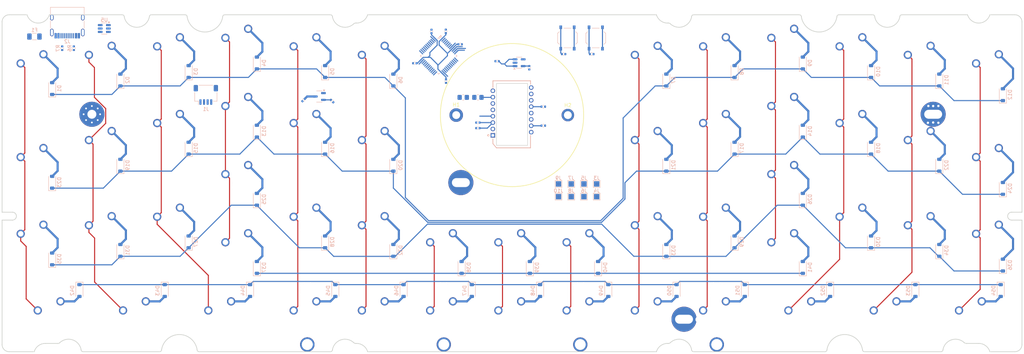
<source format=kicad_pcb>
(kicad_pcb (version 20240108) (generator "pcbnew") (generator_version "8.0")
  (title_block (title "Frogondola"))
  (layers (0 "F.Cu" signal) (31 "B.Cu" signal) (34 "B.Paste" user) (35 "F.Paste" user) (36 "B.SilkS" user "B.Silkscreen") (37 "F.SilkS" user "F.Silkscreen") (38 "B.Mask" user) (39 "F.Mask" user) (44 "Edge.Cuts" user))
  (net 0 "")
  (net 1 "GND")
  (net 2 "RST-1")
  (net 3 "+3V3")
  (net 4 "VDD_{1.8V~2.1V}")
  (net 5 "Net-(U4-VDDPIX)")
  (net 6 "+5V")
  (net 7 "ROW0")
  (net 8 "Net-(D1-A)")
  (net 9 "Net-(D2-A)")
  (net 10 "Net-(D3-A)")
  (net 11 "Net-(D4-A)")
  (net 12 "Net-(D5-A)")
  (net 13 "Net-(D6-A)")
  (net 14 "Net-(D7-A)")
  (net 15 "Net-(D8-A)")
  (net 16 "Net-(D9-A)")
  (net 17 "Net-(D10-A)")
  (net 18 "Net-(D11-A)")
  (net 19 "Net-(D12-A)")
  (net 20 "ROW1")
  (net 21 "Net-(D13-A)")
  (net 22 "Net-(D14-A)")
  (net 23 "Net-(D15-A)")
  (net 24 "Net-(D16-A)")
  (net 25 "Net-(D17-A)")
  (net 26 "Net-(D18-A)")
  (net 27 "Net-(D19-A)")
  (net 28 "Net-(D20-A)")
  (net 29 "Net-(D21-A)")
  (net 30 "Net-(D22-A)")
  (net 31 "Net-(D23-A)")
  (net 32 "Net-(D24-A)")
  (net 33 "Net-(D25-A)")
  (net 34 "ROW2")
  (net 35 "Net-(D26-A)")
  (net 36 "Net-(D27-A)")
  (net 37 "Net-(D28-A)")
  (net 38 "Net-(D29-A)")
  (net 39 "Net-(D30-A)")
  (net 40 "Net-(D31-A)")
  (net 41 "Net-(D32-A)")
  (net 42 "Net-(D33-A)")
  (net 43 "Net-(D34-A)")
  (net 44 "Net-(D35-A)")
  (net 45 "Net-(D36-A)")
  (net 46 "Net-(D37-A)")
  (net 47 "ROW3")
  (net 48 "Net-(D38-A)")
  (net 49 "Net-(D39-A)")
  (net 50 "Net-(D40-A)")
  (net 51 "Net-(D41-A)")
  (net 52 "Net-(D42-A)")
  (net 53 "ROW4")
  (net 54 "Net-(D43-A)")
  (net 55 "Net-(D44-A)")
  (net 56 "Net-(D45-A)")
  (net 57 "Net-(D46-A)")
  (net 58 "Net-(D47-A)")
  (net 59 "Net-(D48-A)")
  (net 60 "Net-(D49-A)")
  (net 61 "Net-(D50-A)")
  (net 62 "Net-(D51-A)")
  (net 63 "Net-(D52-A)")
  (net 64 "Net-(D53-A)")
  (net 65 "Net-(D54-A)")
  (net 66 "VBUS")
  (net 67 "DN")
  (net 68 "DP")
  (net 70 "Net-(J2-CC1)")
  (net 71 "Net-(J2-CC2)")
  (net 72 "ADD0")
  (net 73 "ADD1")
  (net 74 "ADD2")
  (net 75 "ADD3")
  (net 76 "ADD4")
  (net 77 "ADD5")
  (net 78 "ADD6")
  (net 79 "ADD7")
  (net 80 "COL0")
  (net 81 "COL1")
  (net 82 "COL2")
  (net 83 "COL3")
  (net 84 "COL4")
  (net 85 "COL5")
  (net 86 "COL9")
  (net 87 "COL10")
  (net 88 "COL11")
  (net 89 "COL12")
  (net 90 "COL13")
  (net 91 "COL14")
  (net 92 "COL6")
  (net 93 "COL7")
  (net 94 "COL8")
  (net 95 "BOOT-1")
  (net 96 "Net-(U4-LED_P)")
  (net 97 "Net-(U4-~{RESET})")
  (net 98 "MISO")
  (net 102 "unconnected-(U1-PA2-Pad12)")
  (net 112 "MOSI")
  (net 117 "CS")
  (net 118 "unconnected-(U1-PA1-Pad11)")
  (net 123 "SCLK")
  (net 134 "unconnected-(U1-PA0-Pad10)")
  (footprint "PCM_marbastlib-mx:SW_MX_1u" (layer "F.Cu") (at 286.875 90.54)
    (property "Reference" "MX34" (hide yes))
    (property "Value" "MX_SW_solder")
  )
  (footprint "PCM_marbastlib-mx:SW_MX_1u" (layer "F.Cu") (at 115.425 88.15875)
    (property "Reference" "MX28" (hide yes))
    (property "Value" "MX_SW_solder")
  )
  (footprint "PCM_marbastlib-mx:SW_MX_1u" (layer "F.Cu") (at 191.625 114.3525)
    (property "Reference" "MX49" (hide yes))
    (property "Value" "MX_SW_solder")
  )
  (footprint "PCM_marbastlib-mx:SW_MX_1u" (layer "F.Cu") (at 248.775 38.1525)
    (property "Reference" "MX9" (hide yes))
    (property "Value" "MX_SW_solder")
  )
  (footprint "PCM_marbastlib-mx:SW_MX_1u" (layer "F.Cu") (at 96.375 38.1525)
    (property "Reference" "MX4" (hide yes))
    (property "Value" "MX_SW_solder")
  )
  (footprint "pcb_outline:L60 Outline" (layer "F.Cu") (at 172.5675 78.7775)
    (property "Reference" "H3" (hide yes))
    (property "Value" "PCB Outline")
    (fp_line (start -142.342492 -47.624993) (end -142.342492 5.574996) (stroke (width 0.2)) (layer "Edge.Cuts"))
    (fp_line (start -142.342492 5.574996) (end -139.449495 5.574996) (stroke (width 0.2)) (layer "Edge.Cuts"))
    (fp_line (start -142.342492 7.775) (end -142.342492 42.575) (stroke (width 0.2)) (layer "Edge.Cuts"))
    (fp_line (start -140.342492 44.575) (end -133.383493 44.575) (stroke (width 0.2)) (layer "Edge.Cuts"))
    (fp_line (start -139.449495 7.775) (end -142.342492 7.775) (stroke (width 0.2)) (layer "Edge.Cuts"))
    (fp_line (start -135.383493 -49.624993) (end -140.342492 -49.624993) (stroke (width 0.2)) (layer "Edge.Cuts"))
    (fp_line (start -130.267492 42.249999) (end -126.692495 42.249999) (stroke (width 0.2)) (layer "Edge.Cuts"))
    (fp_line (start -119.720495 44.575) (end -98.376497 44.575) (stroke (width 0.2)) (layer "Edge.Cuts"))
    (fp_line (start -108.812494 -49.624993) (end -129.151494 -49.624993) (stroke (width 0.2)) (layer "Edge.Cuts"))
    (fp_line (start -91.247491 -49.624993) (end -100.670495 -49.624993) (stroke (width 0.2)) (layer "Edge.Cuts"))
    (fp_line (start -87.34649 44.575) (end -50.688493 44.575) (stroke (width 0.2)) (layer "Edge.Cuts"))
    (fp_line (start -50.688493 -49.624993) (end -80.187494 -49.624993) (stroke (width 0.2)) (layer "Edge.Cuts"))
    (fp_line (start -43.687486 42.249999) (end -43.417497 42.249999) (stroke (width 0.2)) (layer "Edge.Cuts"))
    (fp_line (start -43.417497 -47.299996) (end -43.643495 -47.299996) (stroke (width 0.2)) (layer "Edge.Cuts"))
    (fp_line (start -40.3015 44.575) (end 40.316512 44.575) (stroke (width 0.2)) (layer "Edge.Cuts"))
    (fp_line (start 40.316512 -49.624993) (end -40.3015 -49.624993) (stroke (width 0.2)) (layer "Edge.Cuts"))
    (fp_line (start 43.432509 42.249999) (end 43.700514 42.249999) (stroke (width 0.2)) (layer "Edge.Cuts"))
    (fp_line (start 43.686507 -47.299996) (end 43.432509 -47.299996) (stroke (width 0.2)) (layer "Edge.Cuts"))
    (fp_line (start 50.703505 44.575) (end 87.36151 44.575) (stroke (width 0.2)) (layer "Edge.Cuts"))
    (fp_line (start 80.202513 -49.624993) (end 50.703505 -49.624993) (stroke (width 0.2)) (layer "Edge.Cuts"))
    (fp_line (start 98.391509 44.575) (end 119.735503 44.575) (stroke (width 0.2)) (layer "Edge.Cuts"))
    (fp_line (start 100.685515 -49.624993) (end 91.262511 -49.624993) (stroke (width 0.2)) (layer "Edge.Cuts"))
    (fp_line (start 126.825499 42.249999) (end 130.2825 42.249999) (stroke (width 0.2)) (layer "Edge.Cuts"))
    (fp_line (start 127.166503 -49.624993) (end 108.827513 -49.624993) (stroke (width 0.2)) (layer "Edge.Cuts"))
    (fp_line (start 133.398497 44.575) (end 140.357512 44.575) (stroke (width 0.2)) (layer "Edge.Cuts"))
    (fp_line (start 139.464507 5.574996) (end 142.357512 5.574996) (stroke (width 0.2)) (layer "Edge.Cuts"))
    (fp_line (start 140.357512 -49.624993) (end 133.398497 -49.624993) (stroke (width 0.2)) (layer "Edge.Cuts"))
    (fp_line (start 142.357512 5.574996) (end 142.357512 -47.624993) (stroke (width 0.2)) (layer "Edge.Cuts"))
    (fp_line (start 142.357512 7.775) (end 139.464507 7.775) (stroke (width 0.2)) (layer "Edge.Cuts"))
    (fp_line (start 142.357512 42.575) (end 142.357512 7.775) (stroke (width 0.2)) (layer "Edge.Cuts"))
    (fp_arc (start -142.342492 -47.624993) (mid -141.756494 -49.038995) (end -140.342492 -49.624993) (stroke (width 0.2)) (layer "Edge.Cuts"))
    (fp_arc (start -140.342492 44.575) (mid -141.756492 43.989) (end -142.342492 42.575) (stroke (width 0.2)) (layer "Edge.Cuts"))
    (fp_arc (start -139.449495 5.574996) (mid -138.349492 6.674998) (end -139.449495 7.775) (stroke (width 0.2)) (layer "Edge.Cuts"))
    (fp_arc (start -133.383493 44.575) (mid -132.211577 42.895063) (end -130.267492 42.249999) (stroke (width 0.2)) (layer "Edge.Cuts"))
    (fp_arc (start -129.151494 -49.624993) (mid -132.267494 -47.299997) (end -135.383493 -49.624993) (stroke (width 0.2)) (layer "Edge.Cuts"))
    (fp_arc (start -126.258493 42.069999) (mid -126.457636 42.203057) (end -126.692495 42.249999) (stroke (width 0.2)) (layer "Edge.Cuts"))
    (fp_arc (start -126.258493 42.069999) (mid -122.695182 41.248101) (end -120.291494 44.004001) (stroke (width 0.2)) (layer "Edge.Cuts"))
    (fp_arc (start -119.720495 44.575) (mid -120.124494 44.408) (end -120.291494 44.004001) (stroke (width 0.2)) (layer "Edge.Cuts"))
    (fp_arc (start -108.812494 -49.624993) (mid -108.408491 -49.457997) (end -108.241495 -49.053994) (stroke (width 0.2)) (layer "Edge.Cuts"))
    (fp_arc (start -101.241495 -49.053994) (mid -104.741495 -46.124993) (end -108.241495 -49.053994) (stroke (width 0.2)) (layer "Edge.Cuts"))
    (fp_arc (start -101.241495 -49.053994) (mid -101.074499 -49.457997) (end -100.670495 -49.624993) (stroke (width 0.2)) (layer "Edge.Cuts"))
    (fp_arc (start -97.820489 44.019) (mid -97.983494 44.412) (end -98.376497 44.575) (stroke (width 0.2)) (layer "Edge.Cuts"))
    (fp_arc (start -97.820489 44.019) (mid -92.861489 39.770997) (end -87.90249 44.019) (stroke (width 0.2)) (layer "Edge.Cuts"))
    (fp_arc (start -91.247491 -49.624993) (mid -90.843488 -49.457997) (end -90.676492 -49.053994) (stroke (width 0.2)) (layer "Edge.Cuts"))
    (fp_arc (start -87.34649 44.575) (mid -87.739492 44.412002) (end -87.90249 44.019) (stroke (width 0.2)) (layer "Edge.Cuts"))
    (fp_arc (start -80.758493 -49.053994) (mid -85.717493 -44.806002) (end -90.676492 -49.053994) (stroke (width 0.2)) (layer "Edge.Cuts"))
    (fp_arc (start -80.758493 -49.053994) (mid -80.591497 -49.457997) (end -80.187494 -49.624993) (stroke (width 0.2)) (layer "Edge.Cuts"))
    (fp_arc (start -50.688493 -49.624993) (mid -50.28449 -49.457997) (end -50.117494 -49.053994) (stroke (width 0.2)) (layer "Edge.Cuts"))
    (fp_arc (start -50.117494 44.004001) (mid -50.284494 44.408) (end -50.688493 44.575) (stroke (width 0.2)) (layer "Edge.Cuts"))
    (fp_arc (start -50.117494 44.004001) (mid -47.728134 41.253207) (end -44.172487 42.048999) (stroke (width 0.2)) (layer "Edge.Cuts"))
    (fp_arc (start -44.20749 -47.066003) (mid -47.750885 -46.310792) (end -50.117494 -49.053994) (stroke (width 0.2)) (layer "Edge.Cuts"))
    (fp_arc (start -44.20749 -47.066003) (mid -43.948694 -47.238922) (end -43.643495 -47.299996) (stroke (width 0.2)) (layer "Edge.Cuts"))
    (fp_arc (start -43.687486 42.249999) (mid -43.95 42.197791) (end -44.172487 42.048999) (stroke (width 0.2)) (layer "Edge.Cuts"))
    (fp_arc (start -43.417497 42.249999) (mid -41.473413 42.895062) (end -40.3015 44.575) (stroke (width 0.2)) (layer "Edge.Cuts"))
    (fp_arc (start -40.3015 -49.624993) (mid -41.473416 -47.945061) (end -43.417497 -47.299996) (stroke (width 0.2)) (layer "Edge.Cuts"))
    (fp_arc (start 40.316512 44.575) (mid 41.488417 42.895045) (end 43.432509 42.249999) (stroke (width 0.2)) (layer "Edge.Cuts"))
    (fp_arc (start 43.432509 -47.299996) (mid 41.488404 -47.945029) (end 40.316512 -49.624993) (stroke (width 0.2)) (layer "Edge.Cuts"))
    (fp_arc (start 43.686507 -47.299996) (mid 43.964134 -47.245129) (end 44.199507 -47.088006) (stroke (width 0.2)) (layer "Edge.Cuts"))
    (fp_arc (start 44.189513 42.047) (mid 43.965034 42.196719) (end 43.700514 42.249999) (stroke (width 0.2)) (layer "Edge.Cuts"))
    (fp_arc (start 44.189513 42.047) (mid 47.744676 41.253026) (end 50.132506 44.004001) (stroke (width 0.2)) (layer "Edge.Cuts"))
    (fp_arc (start 50.132506 -49.053994) (mid 47.750924 -46.305819) (end 44.199507 -47.088006) (stroke (width 0.2)) (layer "Edge.Cuts"))
    (fp_arc (start 50.132506 -49.053994) (mid 50.299511 -49.457988) (end 50.703505 -49.624993) (stroke (width 0.2)) (layer "Edge.Cuts"))
    (fp_arc (start 50.703505 44.575) (mid 50.299509 44.407995) (end 50.132506 44.004001) (stroke (width 0.2)) (layer "Edge.Cuts"))
    (fp_arc (start 80.202513 -49.624993) (mid 80.606494 -49.457981) (end 80.773512 -49.053994) (stroke (width 0.2)) (layer "Edge.Cuts"))
    (fp_arc (start 87.91751 44.019) (mid 87.754516 44.412009) (end 87.36151 44.575) (stroke (width 0.2)) (layer "Edge.Cuts"))
    (fp_arc (start 87.91751 44.019) (mid 92.87651 39.770997) (end 97.835509 44.019) (stroke (width 0.2)) (layer "Edge.Cuts"))
    (fp_arc (start 90.691497 -49.053994) (mid 85.732505 -44.806004) (end 80.773512 -49.053994) (stroke (width 0.2)) (layer "Edge.Cuts"))
    (fp_arc (start 90.691497 -49.053994) (mid 90.858507 -49.457997) (end 91.262511 -49.624993) (stroke (width 0.2)) (layer "Edge.Cuts"))
    (fp_arc (start 98.391509 44.575) (mid 97.998498 44.412008) (end 97.835509 44.019) (stroke (width 0.2)) (layer "Edge.Cuts"))
    (fp_arc (start 100.685515 -49.624993) (mid 101.089554 -49.458039) (end 101.256499 -49.053994) (stroke (width 0.2)) (layer "Edge.Cuts"))
    (fp_arc (start 108.256499 -49.053994) (mid 104.756499 -46.124993) (end 101.256499 -49.053994) (stroke (width 0.2)) (layer "Edge.Cuts"))
    (fp_arc (start 108.256499 -49.053994) (mid 108.423509 -49.457996) (end 108.827513 -49.624993) (stroke (width 0.2)) (layer "Edge.Cuts"))
    (fp_arc (start 120.306517 44.004001) (mid 120.139505 44.408004) (end 119.735503 44.575) (stroke (width 0.2)) (layer "Edge.Cuts"))
    (fp_arc (start 120.306517 44.004001) (mid 122.649454 41.268997) (end 126.179503 41.981997) (stroke (width 0.2)) (layer "Edge.Cuts"))
    (fp_arc (start 126.825499 42.249999) (mid 126.475882 42.180158) (end 126.179503 41.981997) (stroke (width 0.2)) (layer "Edge.Cuts"))
    (fp_arc (start 130.2825 42.249999) (mid 132.226569 42.895088) (end 133.398497 44.575) (stroke (width 0.2)) (layer "Edge.Cuts"))
    (fp_arc (start 133.398497 -49.624993) (mid 130.2825 -47.299996) (end 127.166503 -49.624993) (stroke (width 0.2)) (layer "Edge.Cuts"))
    (fp_arc (start 139.464507 7.775) (mid 138.3645 6.675) (end 139.464507 5.574996) (stroke (width 0.2)) (layer "Edge.Cuts"))
    (fp_arc (start 140.357512 -49.624993) (mid 141.77151 -49.038997) (end 142.357512 -47.624993) (stroke (width 0.2)) (layer "Edge.Cuts"))
    (fp_arc (start 142.357512 42.575) (mid 141.771521 43.989013) (end 140.357512 44.575) (stroke (width 0.2)) (layer "Edge.Cuts"))
  )
  (footprint "MountingHole:MountingHole_2.2mm_M2_ISO14580_Pad" (layer "F.Cu") (at 156.9945 57.2025)
    (property "Reference" "H1")
    (property "Value" "MountingHole")
  )
  (footprint "PCM_marbastlib-mx:SW_MX_1u" (layer "F.Cu") (at 115.425 114.3525)
    (property "Reference" "MX45" (hide yes))
    (property "Value" "MX_SW_solder")
  )
  (footprint "PCM_marbastlib-mx:SW_MX_1u" (layer "F.Cu") (at 172.575 95.3025)
    (property "Reference" "MX39" (hide yes))
    (property "Value" "MX_SW_solder")
  )
  (footprint "MountingHole:MountingHole_2.2mm_M2_ISO7380_Pad" (layer "F.Cu") (at 188.1555 57.2025)
    (property "Reference" "H2")
    (property "Value" "MountingHole")
  )
  (footprint "PCM_marbastlib-mx:SW_MX_1u" (layer "F.Cu") (at 96.375 57.2025)
    (property "Reference" "MX13" (hide yes))
    (property "Value" "MX_SW_solder")
  )
  (footprint "PCM_marbastlib-mx:SW_MX_1u" (layer "F.Cu") (at 305.925 92.92125)
    (property "Reference" "MX36" (hide yes))
    (property "Value" "MX_SW_solder")
  )
  (footprint "PCM_marbastlib-mx:SW_MX_1u" (layer "F.Cu") (at 277.35 114.3525)
    (property "Reference" "MX53" (hide yes))
    (property "Value" "MX_SW_solder")
  )
  (footprint "PCM_marbastlib-mx:SW_MX_1u" (layer "F.Cu") (at 43.9875 114.3525)
    (property "Reference" "MX42" (hide yes))
    (property "Value" "MX_SW_solder")
  )
  (footprint "PCM_marbastlib-mx:SW_MX_1u" (layer "F.Cu") (at 96.375 76.2525)
    (property "Reference" "MX25" (hide yes))
    (property "Value" "MX_SW_solder")
  )
  (footprint "PCM_marbastlib-mx:SW_MX_1u" (layer "F.Cu") (at 305.925 45.29625)
    (property "Reference" "MX12" (hide yes))
    (property "Value" "MX_SW_solder")
  )
  (footprint "PCM_marbastlib-mx:SW_MX_1u" (layer "F.Cu") (at 248.775 95.3025)
    (property "Reference" "MX41" (hide yes))
    (property "Value" "MX_SW_solder")
  )
  (footprint "PCM_marbastlib-mx:SW_MX_1u" (layer "F.Cu") (at 77.325 40.53375)
    (property "Reference" "MX3" (hide yes))
    (property "Value" "MX_SW_solder")
  )
  (footprint "PCM_marbastlib-mx:SW_MX_1u" (layer "F.Cu") (at 267.825 61.965)
    (property "Reference" "MX18" (hide yes))
    (property "Value" "MX_SW_solder")
  )
  (footprint "PCM_marbastlib-mx:SW_MX_1u" (layer "F.Cu") (at 305.925 71.49)
    (property "Reference" "MX24" (hide yes))
    (property "Value" "MX_SW_solder")
  )
  (footprint "PCM_marbastlib-mx:SW_MX_1u" (layer "F.Cu") (at 191.625 95.3025)
    (property "Reference" "MX40" (hide yes))
    (property "Value" "MX_SW_solder")
  )
  (footprint "PCM_marbastlib-mx:STAB_MX_P_3u" (layer "F.Cu") (at 134.475 114.3525 180)
    (property "Reference" "S46" (hide yes))
    (property "Value" "MX_stab")
  )
  (footprint "PCM_marbastlib-mx:SW_MX_1u" (layer "F.Cu") (at 229.725 114.3525)
    (property "Reference" "MX51" (hide yes))
    (property "Value" "MX_SW_solder")
  )
  (footprint "PCM_marbastlib-mx:SW_MX_1u" (layer "F.Cu") (at 210.675 114.3525)
    (property "Reference" "MX50" (hide yes))
    (property "Value" "MX_SW_solder")
  )
  (footprint "PCM_marbastlib-mx:SW_MX_1u" (layer "F.Cu") (at 58.275 66.7275)
    (property "Reference" "MX19" (hide yes))
    (property "Value" "MX_SW_solder")
  )
  (footprint "PCM_marbastlib-mx:SW_MX_1u" (layer "F.Cu") (at 153.525 95.3025)
    (property "Reference" "MX38" (hide yes))
    (property "Value" "MX_SW_solder")
  )
  (footprint "PCM_marbastlib-mx:STAB_MX_P_7u" (layer "F.Cu") (at 172.575 114.3525 180)
    (property "Reference" "S48" (hide yes))
    (property "Value" "MX_stab")
  )
  (footprint "PCM_marbastlib-mx:SW_MX_1u" (layer "F.Cu") (at 39.225 71.49)
    (property "Reference" "MX23" (hide yes))
    (property "Value" "MX_SW_solder")
  )
  (footprint "PCM_marbastlib-mx:SW_MX_1u" (layer "F.Cu") (at 91.6125 114.3525)
    (property "Reference" "MX44" (hide yes))
    (property "Value" "MX_SW_solder")
  )
  (footprint "PCM_marbastlib-mx:SW_MX_1u" (layer "F.Cu") (at 267.825 88.15875)
    (property "Reference" "MX30" (hide yes))
    (property "Value" "MX_SW_solder")
  )
  (footprint "PCM_marbastlib-mx:SW_MX_1u" (layer "F.Cu") (at 67.8 114.3525)
    (property "Reference" "MX43" (hide yes))
    (property "Value" "MX_SW_solder")
  )
  (footprint "PCM_marbastlib-mx:SW_MX_1u" (layer "F.Cu") (at 286.875 66.7275)
    (property "Reference" "MX22" (hide yes))
    (property "Value" "MX_SW_solder")
  )
  (footprint "PCM_marbastlib-mx:SW_MX_1u" (layer "F.Cu") (at 229.725 40.53375)
    (property "Reference" "MX8" (hide yes))
    (property "Value" "MX_SW_solder")
  )
  (footprint "PCM_marbastlib-mx:SW_MX_1u" (layer "F.Cu") (at 58.275 42.915)
    (property "Reference" "MX2" (hide yes))
    (property "Value" "MX_SW_solder")
  )
  (footprint "PCM_marbastlib-mx:SW_MX_1u" (layer "F.Cu") (at 115.425 61.965)
    (property "Reference" "MX16" (hide yes))
    (property "Value" "MX_SW_solder")
  )
  (footprint "PCM_marbastlib-mx:SW_MX_1u" (layer "F.Cu") (at 134.475 66.7275)
    (property "Reference" "MX20" (hide yes))
    (property "Value" "MX_SW_solder")
  )
  (footprint "PCM_marbastlib-mx:SW_MX_1u" (layer "F.Cu") (at 96.375 95.3025)
    (property "Reference" "MX37" (hide yes))
    (property "Value" "MX_SW_solder")
  )
  (footprint "PCM_marbastlib-mx:SW_MX_1u" (layer "F.Cu") (at 134.475 42.915)
    (property "Reference" "MX6" (hide yes))
    (property "Value" "MX_SW_solder")
  )
  (footprint "PCM_marbastlib-mx:SW_MX_1u" (layer "F.Cu") (at 153.525 114.3525)
    (property "Reference" "MX47" (hide yes))
    (property "Value" "MX_SW_solder")
  )
  (footprint "PCM_marbastlib-mx:SW_MX_1u" (layer "F.Cu") (at 58.275 90.54)
    (property "Reference" "MX31" (hide yes))
    (property "Value" "MX_SW_solder")
  )
  (footprint "PCM_marbastlib-mx:SW_MX_1u" (layer "F.Cu") (at 115.425 40.53375)
    (property "Reference" "MX5" (hide yes))
    (property "Value" "MX_SW_solder")
  )
  (footprint "PCM_marbastlib-mx:SW_MX_1u" (layer "F.Cu") (at 301.1625 114.3525)
    (property "Reference" "MX54" (hide yes))
    (property "Value" "MX_SW_solder")
  )
  (footprint "PCM_marbastlib-mx:SW_MX_1u" (layer "F.Cu") (at 229.725 61.965)
    (property "Reference" "MX17" (hide yes))
    (property "Value" "MX_SW_solder")
  )
  (footprint "PCM_marbastlib-mx:SW_MX_1u" (layer "F.Cu") (at 286.875 42.915)
    (property "Reference" "MX11" (hide yes))
    (property "Value" "MX_SW_solder")
  )
  (footprint "PCM_marbastlib-mx:SW_MX_1u" (layer "F.Cu") (at 39.225 92.92125)
    (property "Reference" "MX35" (hide yes))
    (property "Value" "MX_SW_solder")
  )
  (footprint "PCM_marbastlib-mx:SW_MX_1u" (layer "F.Cu") (at 77.325 88.15875)
    (property "Reference" "MX27" (hide yes))
    (property "Value" "MX_SW_solder")
  )
  (footprint "PCM_marbastlib-mx:SW_MX_1u" (layer "F.Cu") (at 267.825 40.53375)
    (property "Reference" "MX10" (hide yes))
    (property "Value" "MX_SW_solder")
  )
  (footprint "PCM_marbastlib-mx:SW_MX_1u" (layer "F.Cu") (at 229.725 88.15875)
    (property "Reference" "MX29" (hide yes))
    (property "Value" "MX_SW_solder")
  )
  (footprint "PCM_marbastlib-mx:SW_MX_1u" (layer "F.Cu") (at 210.675 42.915)
    (property "Reference" "MX7" (hide yes))
    (property "Value" "MX_SW_solder")
  )
  (footprint "PCM_marbastlib-mx:SW_MX_1u" (layer "F.Cu") (at 134.475 90.54)
    (property "Reference" "MX32" (hide yes))
    (property "Value" "MX_SW_solder")
  )
  (footprint "PCM_marbastlib-mx:SW_MX_1u" (layer "F.Cu") (at 253.5375 114.3525)
    (property "Reference" "MX52" (hide yes))
    (property "Value" "MX_SW_solder")
  )
  (footprint "PCM_marbastlib-mx:SW_MX_1u" (layer "F.Cu") (at 210.675 90.54)
    (property "Reference" "MX33" (hide yes))
    (property "Value" "MX_SW_solder")
  )
  (footprint "PCM_marbastlib-mx:SW_MX_1u" (layer "F.Cu") (at 248.775 76.2525)
    (property "Reference" "MX26" (hide yes))
    (property "Value" "MX_SW_solder")
  )
  (footprint "PCM_marbastlib-mx:SW_MX_1u" (layer "F.Cu") (at 39.225 45.29625)
    (property "Reference" "MX1" (hide yes))
    (property "Value" "MX_SW_solder")
  )
  (footprint "PCM_marbastlib-mx:SW_MX_1u" (layer "F.Cu") (at 77.325 61.965)
    (property "Reference" "MX15" (hide yes))
    (property "Value" "MX_SW_solder")
  )
  (footprint "PCM_marbastlib-mx:STAB_MX_P_3u" (layer "F.Cu") (at 210.675 114.3525 180)
    (property "Reference" "S50" (hide yes))
    (property "Value" "MX_stab")
  )
  (footprint "PCM_marbastlib-mx:SW_MX_1u" (layer "F.Cu") (at 134.475 114.3525)
    (property "Reference" "MX46" (hide yes))
    (property "Value" "MX_SW_solder")
  )
  (footprint "PCM_marbastlib-mx:SW_MX_1u" (layer "F.Cu") (at 210.675 66.7275)
    (property "Reference" "MX21" (hide yes))
    (property "Value" "MX_SW_solder")
  )
  (footprint "PCM_marbastlib-mx:SW_MX_1u" (layer "F.Cu") (at 172.575 114.3525)
    (property "Reference" "MX48" (hide yes))
    (property "Value" "MX_SW_solder")
  )
  (footprint "PCM_marbastlib-mx:SW_MX_1u" (layer "F.Cu") (at 248.775 57.2025)
    (property "Reference" "MX14" (hide yes))
    (property "Value" "MX_SW_solder")
  )
  (footprint "Diode_SMD:D_SOD-123" (layer "B.Cu") (at 139.45 71.2125 90)
    (property "Reference" "D20")
    (property "Value" "1N4148")
  )
  (footprint "Capacitor_SMD:C_0402_1005Metric" (layer "B.Cu") (at 154.141117 47.708881 -90)
    (property "Reference" "C8" (hide yes))
    (property "Value" "10uF")
  )
  (footprint "Resistor_SMD:R_0805_2012Metric_Pad1.20x1.40mm_HandSolder" (layer "B.Cu") (at 163.05 52.25)
    (property "Reference" "R3" (hide yes))
    (property "Value" "R1_10k")
  )
  (footprint "Diode_SMD:D_SOD-123" (layer "B.Cu") (at 101.35 42.6375 90)
    (property "Reference" "D4")
    (property "Value" "1N4148")
  )
  (footprint "Diode_SMD:D_SOD-123" (layer "B.Cu") (at 158.5 99.7875 90)
    (property "Reference" "D38")
    (property "Value" "1N4148")
  )
  (footprint "TestPoint:TestPoint_Pad_1.5x1.5mm" (layer "B.Cu") (at 196.2 76.45 180)
    (property "Reference" "J3")
    (property "Value" "Conn_01x01_Pin")
  )
  (footprint "Diode_SMD:D_SOD-123" (layer "B.Cu") (at 82.3 45.01875 90)
    (property "Reference" "D3")
    (property "Value" "1N4148")
  )
  (footprint "Package_TO_SOT_SMD:SOT-23-3" (layer "B.Cu") (at 118.791322 52.000001 180)
    (property "Reference" "U3" (hide yes))
    (property "Value" "XC6206PxxxMR")
  )
  (footprint "Diode_SMD:D_SOD-123" (layer "B.Cu") (at 101.35 99.7875 90)
    (property "Reference" "D37")
    (property "Value" "1N4148")
  )
  (footprint "Diode_SMD:D_SOD-123" (layer "B.Cu") (at 44.2 49.78125 90)
    (property "Reference" "D1")
    (property "Value" "1N4148")
  )
  (footprint "Diode_SMD:D_SOD-123" (layer "B.Cu") (at 101.35 80.7375 90)
    (property "Reference" "D25")
    (property "Value" "1N4148")
  )
  (footprint "TestPoint:TestPoint_Pad_1.5x1.5mm" (layer "B.Cu") (at 196.2 80 180)
    (property "Reference" "J4")
    (property "Value" "Conn_01x01_Pin")
  )
  (footprint "Diode_SMD:D_SOD-123" (layer "B.Cu") (at 199.45 106.25 -90)
    (property "Reference" "D49")
    (property "Value" "1N4148")
  )
  (footprint "TestPoint:TestPoint_Pad_1.5x1.5mm" (layer "B.Cu") (at 192.65 80 180)
    (property "Reference" "J6")
    (property "Value" "Conn_01x01_Pin")
  )
  (footprint "Capacitor_SMD:C_0402_1005Metric" (layer "B.Cu") (at 158.091116 37.408883)
    (property "Reference" "C6" (hide yes))
    (property "Value" "100nF")
  )
  (footprint "Diode_SMD:D_SOD-123" (layer "B.Cu") (at 272.8 92.64375 90)
    (property "Reference" "D30")
    (property "Value" "1N4148")
  )
  (footprint "Diode_SMD:D_SOD-123" (layer "B.Cu") (at 215.65 95.025 90)
    (property "Reference" "D33")
    (property "Value" "1N4148")
  )
  (footprint "Capacitor_SMD:C_0402_1005Metric" (layer "B.Cu") (at 163.05 59.3 180)
    (property "Reference" "C9" (hide yes))
    (property "Value" "C1_4.7uF/10V")
  )
  (footprint "TestPoint:TestPoint_Pad_1.5x1.5mm" (layer "B.Cu") (at 185.55 76.45 180)
    (property "Reference" "J9")
    (property "Value" "Conn_01x01_Pin")
  )
  (footprint "Capacitor_SMD:C_0402_1005Metric" (layer "B.Cu") (at 177.387266 43.967876 -90)
    (property "Reference" "C7" (hide yes))
    (property "Value" "C4_1uF")
  )
  (footprint "Diode_SMD:D_SOD-123" (layer "B.Cu") (at 237.55 106.25 -90)
    (property "Reference" "D51")
    (property "Value" "1N4148")
  )
  (footprint "Diode_SMD:D_SOD-123" (layer "B.Cu") (at 139.45 95.025 90)
    (property "Reference" "D32")
    (property "Value" "1N4148")
  )
  (footprint "Diode_SMD:D_SOD-123" (layer "B.Cu") (at 180.4 106.25 -90)
    (property "Reference" "D48")
    (property "Value" "1N4148")
  )
  (footprint "Diode_SMD:D_SOD-123" (layer "B.Cu") (at 51.8125 106.25 -90)
    (property "Reference" "D42")
    (property "Value" "1N4148")
  )
  (footprint "Diode_SMD:D_SOD-123" (layer "B.Cu") (at 308.9875 106.25 -90)
    (property "Reference" "D54")
    (property "Value" "1N4148")
  )
  (footprint "Diode_SMD:D_SOD-123" (layer "B.Cu") (at 63.25 47.4 90)
    (property "Reference" "D2")
    (property "Value" "1N4148")
  )
  (footprint "Fuse:Fuse_1206_3216Metric" (layer "B.Cu") (at 39.25 35.25 180)
    (property "Reference" "F1")
    (property "Value" "500mA")
  )
  (footprint "Diode_SMD:D_SOD-123" (layer "B.Cu") (at 63.25 71.2125 90)
    (property "Reference" "D19")
    (property "Value" "1N4148")
  )
  (footprint "Diode_SMD:D_SOD-123" (layer "B.Cu") (at 142.3 106.25 -90)
    (property "Reference" "D46")
    (property "Value" "1N4148")
  )
  (footprint "Diode_SMD:D_SOD-123" (layer "B.Cu") (at 291.85 47.4 90)
    (property "Reference" "D11")
    (property "Value" "1N4148")
  )
  (footprint "Diode_SMD:D_SOD-123" (layer "B.Cu") (at 161.35 106.25 -90)
    (property "Reference" "D47")
    (property "Value" "1N4148")
  )
  (footprint "Resistor_SMD:R_0402_1005Metric" (layer "B.Cu") (at 181.3 60.15)
    (property "Reference" "R2" (hide yes))
    (property "Value" "R3_39R")
  )
  (footprint "Diode_SMD:D_SOD-123" (layer "B.Cu") (at 44.2 75.975 90)
    (property "Reference" "D23")
    (property "Value" "1N4148")
  )
  (footprint "Diode_SMD:D_SOD-123" (layer "B.Cu") (at 261.3625 106.25 -90)
    (property "Reference" "D52")
    (property "Value" "1N4148")
  )
  (footprint "Diode_SMD:D_SOD-123" (layer "B.Cu") (at 234.7 66.45 90)
    (property "Reference" "D17")
    (property "Value" "1N4148")
  )
  (footprint "Capacitor_SMD:C_0402_1005Metric" (layer "B.Cu") (at 150.091117 33.808881 90)
    (property "Reference" "C2" (hide yes))
    (property "Value" "100nF")
  )
  (footprint "Diode_SMD:D_SOD-123" (layer "B.Cu") (at 75.625 106.25 -90)
    (property "Reference" "D43")
    (property "Value" "1N4148")
  )
  (footprint "TestPoint:TestPoint_Pad_1.5x1.5mm" (layer "B.Cu") (at 185.55 80 180)
    (property "Reference" "J10")
    (property "Value" "Conn_01x01_Pin")
  )
  (footprint "Diode_SMD:D_SOD-123" (layer "B.Cu") (at 234.7 92.64375 90)
    (property "Reference" "D29")
    (property "Value" "1N4148")
  )
  (footprint "Diode_SMD:D_SOD-123" (layer "B.Cu") (at 253.75 99.7875 90)
    (property "Reference" "D41")
    (property "Value" "1N4148")
  )
  (footprint "Diode_SMD:D_SOD-123" (layer "B.Cu") (at 253.75 42.6375 90)
    (property "Reference" "D9")
    (property "Value" "1N4148")
  )
  (footprint "Capacitor_SMD:C_0402_1005Metric" (layer "B.Cu") (at 186.975001 40.15)
    (property "Reference" "C1" (hide yes))
    (property "Value" "100nF")
  )
  (footprint "Package_QFP:LQFP-48_7x7mm_P0.5mm" (layer "B.Cu") (at 152.091117 40.658881 -135)
    (property "Reference" "U1" (hide yes))
    (property "Value" "STM32F072CBTx")
  )
  (footprint "Diode_SMD:D_SOD-123" (layer "B.Cu") (at 234.7 45.01875 90)
    (property "Reference" "D8")
    (property "Value" "1N4148")
  )
  (footprint "Diode_SMD:D_SOD-123" (layer "B.Cu") (at 120.4 66.45 90)
    (property "Reference" "D16")
    (property "Value" "1N4148")
  )
  (footprint "Diode_SMD:D_SOD-123" (layer "B.Cu") (at 196.6 99.7875 90)
    (property "Reference" "D40")
    (property "Value" "1N4148")
  )
  (footprint "Package_TO_SOT_SMD:SOT-23-6" (layer "B.Cu") (at 58.75 33 180)
    (property "Reference" "U5")
    (property "Value" "SRV05-4")
  )
  (footprint "TestPoint:TestPoint_Pad_1.5x1.5mm" (layer "B.Cu") (at 189.1 76.45 180)
    (property "Reference" "J7")
    (property "Value" "Conn_01x01_Pin")
  )
  (footprint "TestPoint:TestPoint_Pad_1.5x1.5mm" (layer "B.Cu") (at 192.65 76.45 180)
    (property "Reference" "J5")
    (property "Value" "Conn_01x01_Pin")
  )
  (footprint "Resistor_SMD:R_0402_1005Metric" (layer "B.Cu") (at 50.25 38.5 -90)
    (property "Reference" "R6")
    (property "Value" "R5_5.1k")
  )
  (footprint "TestPoint:TestPoint_Pad_1.5x1.5mm" (layer "B.Cu") (at 189.1 80 180)
    (property "Reference" "J8")
    (property "Value" "Conn_01x01_Pin")
  )
  (footprint "Diode_SMD:D_SOD-123" (layer "B.Cu") (at 44.2 97.40625 90)
    (property "Reference" "D35")
    (property "Value" "1N4148")
  )
  (footprint "Diode_SMD:D_SOD-123" (layer "B.Cu") (at 99.4375 106.25 -90)
    (property "Reference" "D44")
    (property "Value" "1N4148")
  )
  (footprint "Diode_SMD:D_SOD-123" (layer "B.Cu") (at 272.8 66.45 90)
    (property "Reference" "D18")
    (property "Value" "1N4148")
  )
  (footprint "Diode_SMD:D_SOD-123" (layer "B.Cu") (at 272.8 45.01875 90)
    (property "Reference" "D10")
    (property "Value" "1N4148")
  )
  (footprint "Diode_SMD:D_SOD-123" (layer "B.Cu") (at 253.75 61.6875 90)
    (property "Reference" "D14")
    (property "Value" "1N4148")
  )
  (footprint "Diode_SMD:D_SOD-123" (layer "B.Cu") (at 218.5 106.25 -90)
    (property "Reference" "D50")
    (property "Value" "1N4148")
  )
  (footprint "Diode_SMD:D_SOD-123" (layer "B.Cu") (at 120.4 92.64375 90)
    (property "Reference" "D28")
    (property "Value" "1N4148")
  )
  (footprint "Diode_SMD:D_SOD-123" (layer "B.Cu") (at 82.3 92.64375 90)
    (property "Reference" "D27")
    (property "Value" "1N4148")
  )
  (footprint "Diode_SMD:D_SOD-123" (layer "B.Cu") (at 63.25 95.025 90)
    (property "Reference" "D31")
    (property "Value" "1N4148")
  )
  (footprint "Button_Switch_SMD:SW_Push_1P1T_XKB_TS-1187A" (layer "B.Cu") (at 195.95 35.65 -90)
    (property "Reference" "SW1" (hide yes))
    (property "Value" "SW_DPST_x2")
  )
  (footprint "Capacitor_SMD:C_0402_1005Metric" (layer "B.Cu") (at 145.441117 42.708881 180)
    (property "Reference" "C4" (hide yes))
    (property "Value" "100nF")
  )
  (footprint "Diode_SMD:D_SOD-123" (layer "B.Cu") (at 215.65 47.4 90)
    (property "Reference" "D7")
    (property "Value" "1N4148")
  )
  (footprint "Button_Switch_SMD:SW_Push_1P1T_XKB_TS-1187A" (layer "B.Cu") (at 188.05 35.65 -90)
    (property "Reference" "SW2" (hide yes))
    (property "Value" "SW_DPST_x2")
  )
  (footprint "pmw3360:PMW3360DM-T2QU 16Pin" (layer "B.Cu") (at 172.575 56.6945 90)
    (property "Reference" "U4" (hide yes))
    (property "Value" "PMW3360DM-T2QU")
    (fp_poly (pts (xy 8.332 4.35) (xy -8.968 4.35) (xy -8.968 -4.35) (xy 8.332 -4.35)) (stroke (width 0.15)) (fill none) (layer "Edge.Cuts"))
  )
  (footprint "Connector_JST:JST_SH_SM04B-SRSS-TB_1x04-1MP_P1.00mm_Horizontal" (layer "B.Cu") (at 87.1 51.55)
    (property "Reference" "J1")
    (property "Value" "Conn_01x04_Pin")
  )
  (footprint "Diode_SMD:D_SOD-123" (layer "B.Cu") (at 215.65 71.2125 90)
    (property "Reference" "D21")
    (property "Value" "1N4148")
  )
  (footprint "Diode_SMD:D_SOD-123" (layer "B.Cu") (at 253.75 80.7375 90)
    (property "Reference" "D26")
    (property "Value" "1N4148")
  )
  (footprint "Capacitor_SMD:C_0402_1005Metric" (layer "B.Cu") (at 168.407009 42.129398 180)
    (property "Reference" "C3" (hide yes))
    (property "Value" "C3_1uF")
  )
  (footprint "Capacitor_SMD:C_0402_1005Metric" (layer "B.Cu") (at 114.391321 52.987501 -135)
    (property "Reference" "C11" (hide yes))
    (property "Value" "1uF")
  )
  (footprint "Diode_SMD:D_SOD-123" (layer "B.Cu") (at 120.4 45.01875 90)
    (property "Reference" "D5")
    (property "Value" "1N4148")
  )
  (footprint "Diode_SMD:D_SOD-123" (layer "B.Cu") (at 309.6 99.125 90)
    (property "Reference" "D36")
    (property "Value" "1N4148")
  )
  (footprint "Capacitor_SMD:C_0402_1005Metric" (layer "B.Cu") (at 154.091115 33.778881 90)
    (property "Reference" "C5" (hide yes))
    (property "Value" "100nF")
  )
  (footprint "Package_TO_SOT_SMD:SOT-23-5" (layer "B.Cu") (at 174.55 42.5625)
    (property "Reference" "U2" (hide yes))
    (property "Value" "TLV74318PDBVR")
  )
  (footprint "Diode_SMD:D_SOD-123" (layer "B.Cu") (at 123.25 106.25 -90)
    (property "Reference" "D45")
    (property "Value" "1N4148")
  )
  (footprint "Diode_SMD:D_SOD-123" (layer "B.Cu") (at 101.35 61.6875 90)
    (property "Reference" "D13")
    (property "Value" "1N4148")
  )
  (footprint "Diode_SMD:D_SOD-123" (layer "B.Cu") (at 309.6 51.5 90)
    (property "Reference" "D12")
    (property "Value" "1N4148")
  )
  (footprint "Diode_SMD:D_SOD-123" (layer "B.Cu") (at 309.6 77.69375 90)
    (property "Reference" "D24")
    (property "Value" "1N4148")
  )
  (footprint "Resistor_SMD:R_0805_2012Metric_Pad1.20x1.40mm_HandSolder" (layer "B.Cu") (at 158.95 52.25)
    (property "Reference" "R5" (hide yes))
    (property "Value" "R1_10k")
  )
  (footprint "Diode_SMD:D_SOD-123" (layer "B.Cu") (at 291.85 95.025 90)
    (property "Reference" "D34")
    (property "Value" "1N4148")
  )
  (footprint "Connector_USB:USB_C_Receptacle_HRO_TYPE-C-31-M-12" (layer "B.Cu") (at 48.425 30.9775)
    (property "Reference" "J2")
    (property "Value" "USB_C_Receptacle_USB2.0_14P")
  )
  (footprint "Resistor_SMD:R_0402_1005Metric" (layer "B.Cu") (at 194.825 40.15)
    (property "Reference" "R1" (hide yes))
    (property "Value" "10k")
  )
  (footprint "Resistor_SMD:R_0402_1005Metric" (layer "B.Cu") (at 47 38.5 -90)
    (property "Reference" "R7")
    (property "Value" "R6_5.1k")
  )
  (footprint "Resistor_SMD:R_0402_1005Metric" (layer "B.Cu") (at 181.3 54.85 180)
    (property "Reference" "R4" (hide yes))
    (property "Value" "R2_10k")
  )
  (footprint "Diode_SMD:D_SOD-123" (layer "B.Cu") (at 139.45 47.4 90)
    (property "Reference" "D6")
    (property "Value" "1N4148")
  )
  (footprint "Diode_SMD:D_SOD-123" (layer "B.Cu") (at 82.3 66.45 90)
    (property "Reference" "D15")
    (property "Value" "1N4148")
  )
  (footprint "Capacitor_SMD:C_0402_1005Metric" (layer "B.Cu") (at 163.05 60.85 180)
    (property "Reference" "C10" (hide yes))
    (property "Value" "C2_100nF")
  )
  (footprint "Capacitor_SMD:C_0402_1005Metric" (layer "B.Cu") (at 122.341321 53.287501 -45)
    (property "Reference" "C12" (hide yes))
    (property "Value" "1uF")
  )
  (footprint "Diode_SMD:D_SOD-123" (layer "B.Cu") (at 177.55 99.7875 90)
    (property "Reference" "D39")
    (property "Value" "1N4148")
  )
  (footprint "Diode_SMD:D_SOD-123" (layer "B.Cu") (at 291.85 71.2125 90)
    (property "Reference" "D22")
    (property "Value" "1N4148")
  )
  (footprint "Diode_SMD:D_SOD-123" (layer "B.Cu") (at 285.175 106.25 -90)
    (property "Reference" "D53")
    (property "Value" "1N4148")
  )
  (gr_circle (center 172.575 57.2025) (end 192.575 57.2025) (stroke (width 0.2)) (fill none) (layer "F.SilkS"))
  (segment (start 147.556795 42.011223) (end 147.556793 42.011223) (width 0.3) (layer "B.Cu") (net 1))
  (segment (start 189.925001 38.65) (end 189.925001 32.649999) (width 0.3) (layer "B.Cu") (net 1))
  (segment (start 155.564779 38.245879) (end 156.721446 37.089212) (width 0.3) (layer "B.Cu") (net 1))
  (segment (start 150.738774 36.12456) (end 150.738775 36.124557) (width 0.3) (layer "B.Cu") (net 1))
  (segment (start 150.738775 36.124557) (end 149.857107 35.242891) (width 0.3) (layer "B.Cu") (net 1))
  (segment (start 147.556793 42.011223) (end 146.625125 42.942891) (width 0.3) (layer "B.Cu") (net 1))
  (segment (start 153.443458 45.193204) (end 154.609137 46.358883) (width 0.3) (layer "B.Cu") (net 1))
  (segment (start 186.175 39.83) (end 186.495 40.15) (width 0.3) (layer "B.Cu") (net 2))
  (segment (start 186.175 38.65) (end 186.175 39.83) (width 0.3) (layer "B.Cu") (net 2))
  (segment (start 186.175 38.65) (end 186.175 32.649999) (width 0.3) (layer "B.Cu") (net 2))
  (segment (start 152.241117 36.619794) (end 153.089905 35.771005) (width 0.3) (layer "B.Cu") (net 3))
  (segment (start 149.795497 41.063263) (end 149.141117 41.063264) (width 0.3) (layer "B.Cu") (net 3))
  (segment (start 154.141117 46.59797) (end 154.141116 47.228882) (width 0.3) (layer "B.Cu") (net 3))
  (segment (start 168.887008 42.129397) (end 169.664827 42.907215) (width 0.3) (layer "B.Cu") (net 3))
  (segment (start 147.203241 41.657669) (end 146.152028 42.708883) (width 0.3) (layer "B.Cu") (net 3))
  (segment (start 152.241117 37.658883) (end 152.241117 36.619794) (width 0.3) (layer "B.Cu") (net 3))
  (segment (start 154.55 39.967766) (end 155.918332 38.599433) (width 0.3) (layer "B.Cu") (net 3))
  (segment (start 151.891116 43.158883) (end 149.795497 41.063263) (width 0.3) (layer "B.Cu") (net 3))
  (segment (start 151.891116 44.34797) (end 151.891117 43.258882) (width 0.3) (layer "B.Cu") (net 3))
  (segment (start 154.091116 34.769795) (end 154.091116 34.258882) (width 0.3) (layer "B.Cu") (net 3))
  (segment (start 173.4125 43.512498) (end 171.062903 43.512499) (width 0.3) (layer "B.Cu") (net 3))
  (segment (start 151.891116 43.458883) (end 151.891116 43.158883) (width 0.3) (layer "B.Cu") (net 3))
  (segment (start 153.089905 35.771005) (end 154.091116 34.769795) (width 0.3) (layer "B.Cu") (net 3))
  (segment (start 154.55 39.967766) (end 152.241117 37.658883) (width 0.3) (layer "B.Cu") (net 3))
  (segment (start 151.686736 36.365413) (end 151.092329 35.771005) (width 0.3) (layer "B.Cu") (net 3))
  (segment (start 153.089905 45.546757) (end 154.141117 46.59797) (width 0.3) (layer "B.Cu") (net 3))
  (segment (start 149.641117 40.563264) (end 149.641117 39.708881) (width 0.3) (layer "B.Cu") (net 3))
  (segment (start 154.55 40.6) (end 154.55 39.967766) (width 0.3) (layer "B.Cu") (net 3))
  (segment (start 149.141117 41.063264) (end 149.641117 40.563264) (width 0.3) (layer "B.Cu") (net 3))
  (segment (start 146.152028 42.708883) (end 145.921116 42.708882) (width 0.3) (layer "B.Cu") (net 3))
  (segment (start 151.092329 35.771005) (end 150.091117 34.769794) (width 0.3) (layer "B.Cu") (net 3))
  (segment (start 119.928822 52.95) (end 122 52.95) (width 0.3) (layer "B.Cu") (net 3))
  (segment (start 150.091117 34.769794) (end 150.091117 34.288882) (width 0.3) (layer "B.Cu") (net 3))
  (segment (start 170.457618 42.907215) (end 171.752332 41.612501) (width 0.3) (layer "B.Cu") (net 3))
  (segment (start 171.062903 43.512499) (end 170.457618 42.907215) (width 0.3) (layer "B.Cu") (net 3))
  (segment (start 169.664827 42.907215) (end 170.457618 42.907215) (width 0.3) (layer "B.Cu") (net 3))
  (segment (start 149.641117 39.708881) (end 151.686736 37.663262) (width 0.3) (layer "B.Cu") (net 3))
  (segment (start 147.797647 41.063263) (end 147.203241 41.657669) (width 0.3) (layer "B.Cu") (net 3))
  (segment (start 197.825 38.650001) (end 197.825 32.65) (width 0.3) (layer "B.Cu") (net 3))
  (segment (start 151.686736 37.663262) (end 151.686736 36.365413) (width 0.3) (layer "B.Cu") (net 3))
  (segment (start 171.752332 41.612501) (end 173.4125 41.612501) (width 0.3) (layer "B.Cu") (net 3))
  (segment (start 157.108882 37.408883) (end 157.611116 37.408883) (width 0.3) (layer "B.Cu") (net 3))
  (segment (start 149.141117 41.063264) (end 147.797647 41.063263) (width 0.3) (layer "B.Cu") (net 3))
  (segment (start 153.089905 45.546757) (end 151.891116 44.34797) (width 0.3) (layer "B.Cu") (net 3))
  (segment (start 151.891117 43.258882) (end 154.55 40.6) (width 0.3) (layer "B.Cu") (net 3))
  (segment (start 155.918332 38.599433) (end 157.108882 37.408883) (width 0.3) (layer "B.Cu") (net 3))
  (segment (start 167.2025 57.5) (end 167.225 57.5225) (width 0.3) (layer "B.Cu") (net 4))
  (segment (start 175.712123 43.487875) (end 177.387266 43.487875) (width 0.3) (layer "B.Cu") (net 4))
  (segment (start 163.58 57.5) (end 167.2025 57.5) (width 0.3) (layer "B.Cu") (net 4))
  (segment (start 167.2225 59.3) (end 167.225 59.3025) (width 0.3) (layer "B.Cu") (net 5))
  (segment (start 165.6775 60.85) (end 167.225 59.3025) (width 0.3) (layer "B.Cu") (net 5))
  (segment (start 163.53 59.3) (end 167.2225 59.3) (width 0.3) (layer "B.Cu") (net 5))
  (segment (start 163.53 60.85) (end 165.6775 60.85) (width 0.3) (layer "B.Cu") (net 5))
  (segment (start 117.653822 52.000001) (end 115.378821 52.000001) (width 0.6) (layer "B.Cu") (net 6))
  (segment (start 115.378821 52.000001) (end 114.730732 52.64809) (width 0.6) (layer "B.Cu") (net 6))
  (segment (start 203.596447 80.446447) (end 197.342894 86.7) (width 0.3) (layer "B.Cu") (net 7))
  (segment (start 82.3 46.66875) (end 98.96875 46.66875) (width 0.3) (layer "B.Cu") (net 7))
  (segment (start 234.7 46.66875) (end 218.03125 46.66875) (width 0.3) (layer "B.Cu") (net 7))
  (segment (start 63.25 49.05) (end 79.91875 49.05) (width 0.3) (layer "B.Cu") (net 7))
  (segment (start 291.85 49.05) (end 275.18125 49.05) (width 0.3) (layer "B.Cu") (net 7))
  (segment (start 101.35 44.2875) (end 118.01875 44.2875) (width 0.3) (layer "B.Cu") (net 7))
  (segment (start 44.2 51.43125) (end 60.86875 51.43125) (width 0.3) (layer "B.Cu") (net 7))
  (segment (start 197.342894 86.7) (end 149.257106 86.7) (width 0.3) (layer "B.Cu") (net 7))
  (segment (start 212.55 49.05) (end 203.596447 58.003553) (width 0.3) (layer "B.Cu") (net 7))
  (segment (start 98.96875 46.66875) (end 101.35 44.2875) (width 0.3) (layer "B.Cu") (net 7))
  (segment (start 137.06875 46.66875) (end 139.45 49.05) (width 0.3) (layer "B.Cu") (net 7))
  (segment (start 142.8 52.4) (end 139.45 49.05) (width 0.3) (layer "B.Cu") (net 7))
  (segment (start 118.01875 44.2875) (end 120.4 46.66875) (width 0.3) (layer "B.Cu") (net 7))
  (segment (start 215.65 49.05) (end 212.55 49.05) (width 0.3) (layer "B.Cu") (net 7))
  (segment (start 256.13125 46.66875) (end 253.75 44.2875) (width 0.3) (layer "B.Cu") (net 7))
  (segment (start 60.86875 51.43125) (end 63.25 49.05) (width 0.3) (layer "B.Cu") (net 7))
  (segment (start 295.95 53.15) (end 291.85 49.05) (width 0.3) (layer "B.Cu") (net 7))
  (segment (start 272.8 46.66875) (end 256.13125 46.66875) (width 0.3) (layer "B.Cu") (net 7))
  (segment (start 275.18125 49.05) (end 272.8 46.66875) (width 0.3) (layer "B.Cu") (net 7))
  (segment (start 79.91875 49.05) (end 82.3 46.66875) (width 0.3) (layer "B.Cu") (net 7))
  (segment (start 203.596447 58.003553) (end 203.596447 80.446447) (width 0.3) (layer "B.Cu") (net 7))
  (segment (start 149.257106 86.7) (end 142.8 80.242894) (width 0.3) (layer "B.Cu") (net 7))
  (segment (start 309.6 53.15) (end 295.95 53.15) (width 0.3) (layer "B.Cu") (net 7))
  (segment (start 237.08125 44.2875) (end 234.7 46.66875) (width 0.3) (layer "B.Cu") (net 7))
  (segment (start 120.4 46.66875) (end 137.06875 46.66875) (width 0.3) (layer "B.Cu") (net 7))
  (segment (start 218.03125 46.66875) (end 215.65 49.05) (width 0.3) (layer "B.Cu") (net 7))
  (segment (start 142.8 80.242894) (end 142.8 52.4) (width 0.3) (layer "B.Cu") (net 7))
  (segment (start 253.75 44.2875) (end 237.08125 44.2875) (width 0.3) (layer "B.Cu") (net 7))
  (segment (start 41.765 40.21625) (end 45.73 44.18125) (width 0.6) (layer "B.Cu") (net 8))
  (segment (start 45.73 44.18125) (end 45.73 46.60125) (width 0.6) (layer "B.Cu") (net 8))
  (segment (start 45.73 46.60125) (end 44.2 48.13125) (width 0.6) (layer "B.Cu") (net 8))
  (segment (start 64.78 44.22) (end 63.25 45.75) (width 0.6) (layer "B.Cu") (net 9))
  (segment (start 60.815 37.835) (end 64.78 41.8) (width 0.6) (layer "B.Cu") (net 9))
  (segment (start 64.78 41.8) (end 64.78 44.22) (width 0.6) (layer "B.Cu") (net 9))
  (segment (start 83.83 39.41875) (end 83.83 41.83875) (width 0.6) (layer "B.Cu") (net 10))
  (segment (start 79.865 35.45375) (end 83.83 39.41875) (width 0.6) (layer "B.Cu") (net 10))
  (segment (start 83.83 41.83875) (end 82.3 43.36875) (width 0.6) (layer "B.Cu") (net 10))
  (segment (start 102.88 39.4575) (end 101.35 40.9875) (width 0.6) (layer "B.Cu") (net 11))
  (segment (start 102.88 37.0375) (end 102.88 39.4575) (width 0.6) (layer "B.Cu") (net 11))
  (segment (start 98.915 33.0725) (end 102.88 37.0375) (width 0.6) (layer "B.Cu") (net 11))
  (segment (start 117.965 35.45375) (end 121.93 39.41875) (width 0.6) (layer "B.Cu") (net 12))
  (segment (start 121.93 41.83875) (end 120.4 43.36875) (width 0.6) (layer "B.Cu") (net 12))
  (segment (start 121.93 39.41875) (end 121.93 41.83875) (width 0.6) (layer "B.Cu") (net 12))
  (segment (start 140.98 41.8) (end 140.98 44.22) (width 0.6) (layer "B.Cu") (net 13))
  (segment (start 137.015 37.835) (end 140.98 41.8) (width 0.6) (layer "B.Cu") (net 13))
  (segment (start 140.98 44.22) (end 139.45 45.75) (width 0.6) (layer "B.Cu") (net 13))
  (segment (start 217.18 41.8) (end 217.18 44.22) (width 0.6) (layer "B.Cu") (net 14))
  (segment (start 213.215 37.835) (end 217.18 41.8) (width 0.6) (layer "B.Cu") (net 14))
  (segment (start 217.18 44.22) (end 215.65 45.75) (width 0.6) (layer "B.Cu") (net 14))
  (segment (start 236.23 41.83875) (end 234.7 43.36875) (width 0.6) (layer "B.Cu") (net 15))
  (segment (start 236.23 39.41875) (end 236.23 41.83875) (width 0.6) (layer "B.Cu") (net 15))
  (segment (start 232.265 35.45375) (end 236.23 39.41875) (width 0.6) (layer "B.Cu") (net 15))
  (segment (start 255.28 37.0375) (end 255.28 39.4575) (width 0.6) (layer "B.Cu") (net 16))
  (segment (start 251.315 33.0725) (end 255.28 37.0375) (width 0.6) (layer "B.Cu") (net 16))
  (segment (start 255.28 39.4575) (end 253.75 40.9875) (width 0.6) (layer "B.Cu") (net 16))
  (segment (start 274.33 39.41875) (end 274.33 41.83875) (width 0.6) (layer "B.Cu") (net 17))
  (segment (start 270.365 35.45375) (end 274.33 39.41875) (width 0.6) (layer "B.Cu") (net 17))
  (segment (start 274.33 41.83875) (end 272.8 43.36875) (width 0.6) (layer "B.Cu") (net 17))
  (segment (start 293.38 41.8) (end 293.38 44.22) (width 0.6) (layer "B.Cu") (net 18))
  (segment (start 289.415 37.835) (end 293.38 41.8) (width 0.6) (layer "B.Cu") (net 18))
  (segment (start 293.38 44.22) (end 291.85 45.75) (width 0.6) (layer "B.Cu") (net 18))
  (segment (start 312.43 44.18125) (end 312.43 47.02) (width 0.6) (layer "B.Cu") (net 19))
  (segment (start 312.43 47.02) (end 309.6 49.85) (width 0.6) (layer "B.Cu") (net 19))
  (segment (start 308.465 40.21625) (end 312.43 44.18125) (width 0.6) (layer "B.Cu") (net 19))
  (segment (start 207.3375 72.8625) (end 204.096447 76.103553) (width 0.3) (layer "B.Cu") (net 20))
  (segment (start 58.4875 77.625) (end 63.25 72.8625) (width 0.3) (layer "B.Cu") (net 20))
  (segment (start 96.5875 68.1) (end 101.35 63.3375) (width 0.3) (layer "B.Cu") (net 20))
  (segment (start 82.3 68.1) (end 96.5875 68.1) (width 0.3) (layer "B.Cu") (net 20))
  (segment (start 215.65 72.8625) (end 207.3375 72.8625) (width 0.3) (layer "B.Cu") (net 20))
  (segment (start 125.1625 72.8625) (end 139.45 72.8625) (width 0.3) (layer "B.Cu") (net 20))
  (segment (start 309.6 79.34375) (end 298.33125 79.34375) (width 0.3) (layer "B.Cu") (net 20))
  (segment (start 291.85 72.8625) (end 277.5625 72.8625) (width 0.3) (layer "B.Cu") (net 20))
  (segment (start 272.8 68.1) (end 258.5125 68.1) (width 0.3) (layer "B.Cu") (net 20))
  (segment (start 234.7 68.1) (end 248.9875 68.1) (width 0.3) (layer "B.Cu") (net 20))
  (segment (start 204.096447 76.103553) (end 204.096447 80.653554) (width 0.3) (layer "B.Cu") (net 20))
  (segment (start 197.550001 87.2) (end 149.049999 87.2) (width 0.3) (layer "B.Cu") (net 20))
  (segment (start 277.5625 72.8625) (end 272.8 68.1) (width 0.3) (layer "B.Cu") (net 20))
  (segment (start 77.5375 72.8625) (end 82.3 68.1) (width 0.3) (layer "B.Cu") (net 20))
  (segment (start 44.2 77.625) (end 58.4875 77.625) (width 0.3) (layer "B.Cu") (net 20))
  (segment (start 215.65 72.8625) (end 229.9375 72.8625) (width 0.3) (layer "B.Cu") (net 20))
  (segment (start 258.5125 68.1) (end 253.75 63.3375) (width 0.3) (layer "B.Cu") (net 20))
  (segment (start 101.35 63.3375) (end 106.1125 68.1) (width 0.3) (layer "B.Cu") (net 20))
  (segment (start 248.9875 68.1) (end 253.75 63.3375) (width 0.3) (layer "B.Cu") (net 20))
  (segment (start 63.25 72.8625) (end 77.5375 72.8625) (width 0.3) (layer "B.Cu") (net 20))
  (segment (start 298.33125 79.34375) (end 291.85 72.8625) (width 0.3) (layer "B.Cu") (net 20))
  (segment (start 106.1125 68.1) (end 120.4 68.1) (width 0.3) (layer "B.Cu") (net 20))
  (segment (start 204.096447 80.653554) (end 197.550001 87.2) (width 0.3) (layer "B.Cu") (net 20))
  (segment (start 229.9375 72.8625) (end 234.7 68.1) (width 0.3) (layer "B.Cu") (net 20))
  (segment (start 149.049999 87.2) (end 139.45 77.600001) (width 0.3) (layer "B.Cu") (net 20))
  (segment (start 120.4 68.1) (end 125.1625 72.8625) (width 0.3) (layer "B.Cu") (net 20))
  (segment (start 139.45 77.600001) (end 139.45 72.8625) (width 0.3) (layer "B.Cu") (net 20))
  (segment (start 102.88 58.5075) (end 101.35 60.0375) (width 0.6) (layer "B.Cu") (net 21))
  (segment (start 102.88 56.0875) (end 102.88 58.5075) (width 0.6) (layer "B.Cu") (net 21))
  (segment (start 98.915 52.1225) (end 102.88 56.0875) (width 0.6) (layer "B.Cu") (net 21))
  (segment (start 251.315 52.1225) (end 255.28 56.0875) (width 0.6) (layer "B.Cu") (net 22))
  (segment (start 255.28 56.0875) (end 255.28 58.5075) (width 0.6) (layer "B.Cu") (net 22))
  (segment (start 255.28 58.5075) (end 253.75 60.0375) (width 0.6) (layer "B.Cu") (net 22))
  (segment (start 79.865 56.885) (end 83.83 60.85) (width 0.6) (layer "B.Cu") (net 23))
  (segment (start 83.83 60.85) (end 83.83 63.27) (width 0.6) (layer "B.Cu") (net 23))
  (segment (start 83.83 63.27) (end 82.3 64.8) (width 0.6) (layer "B.Cu") (net 23))
  (segment (start 117.965 56.885) (end 121.93 60.85) (width 0.6) (layer "B.Cu") (net 24))
  (segment (start 121.93 60.85) (end 121.93 63.27) (width 0.6) (layer "B.Cu") (net 24))
  (segment (start 121.93 63.27) (end 120.4 64.8) (width 0.6) (layer "B.Cu") (net 24))
  (segment (start 236.23 63.27) (end 234.7 64.8) (width 0.6) (layer "B.Cu") (net 25))
  (segment (start 236.23 60.85) (end 236.23 63.27) (width 0.6) (layer "B.Cu") (net 25))
  (segment (start 232.265 56.885) (end 236.23 60.85) (width 0.6) (layer "B.Cu") (net 25))
  (segment (start 274.33 60.85) (end 274.33 63.27) (width 0.6) (layer "B.Cu") (net 26))
  (segment (start 274.33 63.27) (end 272.8 64.8) (width 0.6) (layer "B.Cu") (net 26))
  (segment (start 270.365 56.885) (end 274.33 60.85) (width 0.6) (layer "B.Cu") (net 26))
  (segment (start 64.78 65.6125) (end 64.78 68.0325) (width 0.6) (layer "B.Cu") (net 27))
  (segment (start 64.78 68.0325) (end 63.25 69.5625) (width 0.6) (layer "B.Cu") (net 27))
  (segment (start 60.815 61.6475) (end 64.78 65.6125) (width 0.6) (layer "B.Cu") (net 27))
  (segment (start 140.98 65.6125) (end 140.98 68.0325) (width 0.6) (layer "B.Cu") (net 28))
  (segment (start 137.015 61.6475) (end 140.98 65.6125) (width 0.6) (layer "B.Cu") (net 28))
  (segment (start 140.98 68.0325) (end 139.45 69.5625) (width 0.6) (layer "B.Cu") (net 28))
  (segment (start 217.18 65.6125) (end 217.18 68.0325) (width 0.6) (layer "B.Cu") (net 29))
  (segment (start 217.18 68.0325) (end 215.65 69.5625) (width 0.6) (layer "B.Cu") (net 29))
  (segment (start 213.215 61.6475) (end 217.18 65.6125) (width 0.6) (layer "B.Cu") (net 29))
  (segment (start 293.38 65.6125) (end 293.38 68.0325) (width 0.6) (layer "B.Cu") (net 30))
  (segment (start 293.38 68.0325) (end 291.85 69.5625) (width 0.6) (layer "B.Cu") (net 30))
  (segment (start 289.415 61.6475) (end 293.38 65.6125) (width 0.6) (layer "B.Cu") (net 30))
  (segment (start 41.765 66.41) (end 45.73 70.375) (width 0.6) (layer "B.Cu") (net 31))
  (segment (start 45.73 72.795) (end 44.2 74.325) (width 0.6) (layer "B.Cu") (net 31))
  (segment (start 45.73 70.375) (end 45.73 72.795) (width 0.6) (layer "B.Cu") (net 31))
  (segment (start 308.465 66.41) (end 312.43 70.375) (width 0.6) (layer "B.Cu") (net 32))
  (segment (start 312.43 70.375) (end 312.43 73.21375) (width 0.6) (layer "B.Cu") (net 32))
  (segment (start 312.43 73.21375) (end 309.6 76.04375) (width 0.6) (layer "B.Cu") (net 32))
  (segment (start 102.88 75.1375) (end 102.88 77.5575) (width 0.6) (layer "B.Cu") (net 33))
  (segment (start 98.915 71.1725) (end 102.88 75.1375) (width 0.6) (layer "B.Cu") (net 33))
  (segment (start 102.88 77.5575) (end 101.35 79.0875) (width 0.6) (layer "B.Cu") (net 33))
  (segment (start 82.3 94.29375) (end 94.20625 82.3875) (width 0.3) (layer "B.Cu") (net 34))
  (segment (start 265.65625 94.29375) (end 253.75 82.3875) (width 0.3) (layer "B.Cu") (net 34))
  (segment (start 94.20625 82.3875) (end 101.35 82.3875) (width 0.3) (layer "B.Cu") (net 34))
  (segment (start 253.75 82.3875) (end 246.60625 82.3875) (width 0.3) (layer "B.Cu") (net 34))
  (segment (start 291.625 96.675) (end 289.24375 94.29375) (width 0.3) (layer "B.Cu") (net 34))
  (segment (start 122.80625 96.7) (end 139.425 96.7) (width 0.3) (layer "B.Cu") (net 34))
  (segment (start 232.29375 96.7) (end 215.675 96.7) (width 0.3) (layer "B.Cu") (net 34))
  (segment (start 295.95 100.775) (end 291.85 96.675) (width 0.3) (layer "B.Cu") (net 34))
  (segment (start 206.575 96.675) (end 197.6 87.7) (width 0.3) (layer "B.Cu") (net 34))
  (segment (start 246.60625 82.3875) (end 234.7 94.29375) (width 0.3) (layer "B.Cu") (net 34))
  (segment (start 289.24375 94.29375) (end 272.8 94.29375) (width 0.3) (layer "B.Cu") (net 34))
  (segment (start 234.7 94.29375) (end 232.29375 96.7) (width 0.3) (layer "B.Cu") (net 34))
  (segment (start 139.425 96.7) (end 139.45 96.675) (width 0.3) (layer "B.Cu") (net 34))
  (segment (start 44.2 99.05625) (end 60.86875 99.05625) (width 0.3) (layer "B.Cu") (net 34))
  (segment (start 113.19375 94.29375) (end 120.4 94.29375) (width 0.3) (layer "B.Cu") (net 34))
  (segment (start 272.8 94.29375) (end 265.65625 94.29375) (width 0.3) (layer "B.Cu") (net 34))
  (segment (start 101.35 82.3875) (end 101.35 82.45) (width 0.3) (layer "B.Cu") (net 34))
  (segment (start 291.85 96.675) (end 291.625 96.675) (width 0.3) (layer "B.Cu") (net 34))
  (segment (start 148.95 87.7) (end 139.975 96.675) (width 0.3) (layer "B.Cu") (net 34))
  (segment (start 120.4 94.29375) (end 122.80625 96.7) (width 0.3) (layer "B.Cu") (net 34))
  (segment (start 215.675 96.7) (end 215.65 96.675) (width 0.3) (layer "B.Cu") (net 34))
  (segment (start 60.86875 99.05625) (end 63.25 96.675) (width 0.3) (layer "B.Cu") (net 34))
  (segment (start 101.35 82.45) (end 113.19375 94.29375) (width 0.3) (layer "B.Cu") (net 34))
  (segment (start 215.65 96.675) (end 206.575 96.675) (width 0.3) (layer "B.Cu") (net 34))
  (segment (start 139.975 96.675) (end 139.45 96.675) (width 0.3) (layer "B.Cu") (net 34))
  (segment (start 79.91875 96.675) (end 82.3 94.29375) (width 0.3) (layer "B.Cu") (net 34))
  (segment (start 63.25 96.675) (end 79.91875 96.675) (width 0.3) (layer "B.Cu") (net 34))
  (segment (start 309.6 100.775) (end 295.95 100.775) (width 0.3) (layer "B.Cu") (net 34))
  (segment (start 197.6 87.7) (end 148.95 87.7) (width 0.3) (layer "B.Cu") (net 34))
  (segment (start 255.28 75.1375) (end 255.28 77.5575) (width 0.6) (layer "B.Cu") (net 35))
  (segment (start 255.28 77.5575) (end 253.75 79.0875) (width 0.6) (layer "B.Cu") (net 35))
  (segment (start 251.315 71.1725) (end 255.28 75.1375) (width 0.6) (layer "B.Cu") (net 35))
  (segment (start 83.83 87.04375) (end 83.83 89.46375) (width 0.6) (layer "B.Cu") (net 36))
  (segment (start 79.865 83.07875) (end 83.83 87.04375) (width 0.6) (layer "B.Cu") (net 36))
  (segment (start 83.83 89.46375) (end 82.3 90.99375) (width 0.6) (layer "B.Cu") (net 36))
  (segment (start 121.93 87.04375) (end 121.93 89.46375) (width 0.6) (layer "B.Cu") (net 37))
  (segment (start 121.93 89.46375) (end 120.4 90.99375) (width 0.6) (layer "B.Cu") (net 37))
  (segment (start 117.965 83.07875) (end 121.93 87.04375) (width 0.6) (layer "B.Cu") (net 37))
  (segment (start 232.265 83.07875) (end 236.23 87.04375) (width 0.6) (layer "B.Cu") (net 38))
  (segment (start 236.23 89.46375) (end 234.7 90.99375) (width 0.6) (layer "B.Cu") (net 38))
  (segment (start 236.23 87.04375) (end 236.23 89.46375) (width 0.6) (layer "B.Cu") (net 38))
  (segment (start 274.33 89.46375) (end 272.8 90.99375) (width 0.6) (layer "B.Cu") (net 39))
  (segment (start 270.365 83.07875) (end 274.33 87.04375) (width 0.6) (layer "B.Cu") (net 39))
  (segment (start 274.33 87.04375) (end 274.33 89.46375) (width 0.6) (layer "B.Cu") (net 39))
  (segment (start 60.815 85.46) (end 64.78 89.425) (width 0.6) (layer "B.Cu") (net 40))
  (segment (start 64.78 89.425) (end 64.78 91.845) (width 0.6) (layer "B.Cu") (net 40))
  (segment (start 64.78 91.845) (end 63.25 93.375) (width 0.6) (layer "B.Cu") (net 40))
  (segment (start 140.98 91.845) (end 139.45 93.375) (width 0.6) (layer "B.Cu") (net 41))
  (segment (start 137.015 85.46) (end 140.98 89.425) (width 0.6) (layer "B.Cu") (net 41))
  (segment (start 140.98 89.425) (end 140.98 91.845) (width 0.6) (layer "B.Cu") (net 41))
  (segment (start 217.18 91.845) (end 215.65 93.375) (width 0.6) (layer "B.Cu") (net 42))
  (segment (start 217.18 89.425) (end 217.18 91.845) (width 0.6) (layer "B.Cu") (net 42))
  (segment (start 213.215 85.46) (end 217.18 89.425) (width 0.6) (layer "B.Cu") (net 42))
  (segment (start 289.415 85.46) (end 293.38 89.425) (width 0.6) (layer "B.Cu") (net 43))
  (segment (start 293.38 91.845) (end 291.85 93.375) (width 0.6) (layer "B.Cu") (net 43))
  (segment (start 293.38 89.425) (end 293.38 91.845) (width 0.6) (layer "B.Cu") (net 43))
  (segment (start 45.73 94.22625) (end 44.2 95.75625) (width 0.6) (layer "B.Cu") (net 44))
  (segment (start 41.765 87.84125) (end 45.73 91.80625) (width 0.6) (layer "B.Cu") (net 44))
  (segment (start 45.73 91.80625) (end 45.73 94.22625) (width 0.6) (layer "B.Cu") (net 44))
  (segment (start 308.465 87.84125) (end 312.43 91.80625) (width 0.6) (layer "B.Cu") (net 45))
  (segment (start 312.43 94.645) (end 309.6 97.475) (width 0.6) (layer "B.Cu") (net 45))
  (segment (start 312.43 91.80625) (end 312.43 94.645) (width 0.6) (layer "B.Cu") (net 45))
  (segment (start 102.88 94.1875) (end 102.88 96.6075) (width 0.6) (layer "B.Cu") (net 46))
  (segment (start 102.88 96.6075) (end 101.35 98.1375) (width 0.6) (layer "B.Cu") (net 46))
  (segment (start 98.915 90.2225) (end 102.88 94.1875) (width 0.6) (layer "B.Cu") (net 46))
  (segment (start 158.5 101.4375) (end 177.55 101.4375) (width 0.3) (layer "B.Cu") (net 47))
  (segment (start 177.55 101.4375) (end 196.6 101.4375) (width 0.3) (layer "B.Cu") (net 47))
  (segment (start 101.35 101.4375) (end 158.5 101.4375) (width 0.3) (layer "B.Cu") (net 47))
  (segment (start 196.6 101.4375) (end 253.75 101.4375) (width 0.3) (layer "B.Cu") (net 47))
  (segment (start 160.03 96.6075) (end 158.5 98.1375) (width 0.6) (layer "B.Cu") (net 48))
  (segment (start 160.03 94.1875) (end 160.03 96.6075) (width 0.6) (layer "B.Cu") (net 48))
  (segment (start 156.065 90.2225) (end 160.03 94.1875) (width 0.6) (layer "B.Cu") (net 48))
  (segment (start 179.08 94.1875) (end 179.08 96.6075) (width 0.6) (layer "B.Cu") (net 49))
  (segment (start 179.08 96.6075) (end 177.55 98.1375) (width 0.6) (layer "B.Cu") (net 49))
  (segment (start 175.115 90.2225) (end 179.08 94.1875) (width 0.6) (layer "B.Cu") (net 49))
  (segment (start 198.13 96.6075) (end 196.6 98.1375) (width 0.6) (layer "B.Cu") (net 50))
  (segment (start 198.13 94.1875) (end 198.13 96.6075) (width 0.6) (layer "B.Cu") (net 50))
  (segment (start 194.165 90.2225) (end 198.13 94.1875) (width 0.6) (layer "B.Cu") (net 50))
  (segment (start 255.28 96.6075) (end 253.75 98.1375) (width 0.6) (layer "B.Cu") (net 51))
  (segment (start 255.28 94.1875) (end 255.28 96.6075) (width 0.6) (layer "B.Cu") (net 51))
  (segment (start 251.315 90.2225) (end 255.28 94.1875) (width 0.6) (layer "B.Cu") (net 51))
  (segment (start 50.44 109.2725) (end 51.8125 107.9) (width 0.6) (layer "B.Cu") (net 52))
  (segment (start 46.5275 109.2725) (end 50.44 109.2725) (width 0.6) (layer "B.Cu") (net 52))
  (segment (start 100.3339 103.7036) (end 99.4375 104.6) (width 0.3) (layer "B.Cu") (net 53))
  (segment (start 161.35 104.6) (end 160.4536 103.7036) (width 0.3) (layer "B.Cu") (net 53))
  (segment (start 180.4 104.6) (end 161.35 104.6) (width 0.3) (layer "B.Cu") (net 53))
  (segment (start 122.3536 103.7036) (end 100.3339 103.7036) (width 0.3) (layer "B.Cu") (net 53))
  (segment (start 99.4375 104.6) (end 75.625 104.6) (width 0.3) (layer "B.Cu") (net 53))
  (segment (start 237.55 104.6) (end 236.6536 103.7036) (width 0.3) (layer "B.Cu") (net 53))
  (segment (start 123.25 104.6) (end 122.3536 103.7036) (width 0.3) (layer "B.Cu") (net 53))
  (segment (start 199.45 104.6) (end 198.5536 103.7036) (width 0.3) (layer "B.Cu") (net 53))
  (segment (start 181.2964 103.7036) (end 180.4 104.6) (width 0.3) (layer "B.Cu") (net 53))
  (segment (start 218.5 104.6) (end 199.45 104.6) (width 0.3) (layer "B.Cu") (net 53))
  (segment (start 160.4536 103.7036) (end 143.1964 103.7036) (width 0.3) (layer "B.Cu") (net 53))
  (segment (start 261.3625 104.6) (end 237.55 104.6) (width 0.3) (layer "B.Cu") (net 53))
  (segment (start 143.1964 103.7036) (end 142.3 104.6) (width 0.3) (layer "B.Cu") (net 53))
  (segment (start 236.6536 103.7036) (end 219.3964 103.7036) (width 0.3) (layer "B.Cu") (net 53))
  (segment (start 219.3964 103.7036) (end 218.5 104.6) (width 0.3) (layer "B.Cu") (net 53))
  (segment (start 308.9875 104.6) (end 285.175 104.6) (width 0.3) (layer "B.Cu") (net 53))
  (segment (start 285.175 104.6) (end 261.3625 104.6) (width 0.3) (layer "B.Cu") (net 53))
  (segment (start 198.5536 103.7036) (end 181.2964 103.7036) (width 0.3) (layer "B.Cu") (net 53))
  (segment (start 75.625 104.6) (end 51.8125 104.6) (width 0.3) (layer "B.Cu") (net 53))
  (segment (start 142.3 104.6) (end 123.25 104.6) (width 0.3) (layer "B.Cu") (net 53))
  (segment (start 74.2525 109.2725) (end 75.625 107.9) (width 0.6) (layer "B.Cu") (net 54))
  (segment (start 70.34 109.2725) (end 74.2525 109.2725) (width 0.6) (layer "B.Cu") (net 54))
  (segment (start 94.1525 109.2725) (end 98.065 109.2725) (width 0.6) (layer "B.Cu") (net 55))
  (segment (start 98.065 109.2725) (end 99.4375 107.9) (width 0.6) (layer "B.Cu") (net 55))
  (segment (start 117.965 109.2725) (end 121.8775 109.2725) (width 0.6) (layer "B.Cu") (net 56))
  (segment (start 121.8775 109.2725) (end 123.25 107.9) (width 0.6) (layer "B.Cu") (net 56))
  (segment (start 137.015 109.2725) (end 140.9275 109.2725) (width 0.6) (layer "B.Cu") (net 57))
  (segment (start 140.9275 109.2725) (end 142.3 107.9) (width 0.6) (layer "B.Cu") (net 57))
  (segment (start 156.065 109.2725) (end 159.9775 109.2725) (width 0.6) (layer "B.Cu") (net 58))
  (segment (start 159.9775 109.2725) (end 161.35 107.9) (width 0.6) (layer "B.Cu") (net 58))
  (segment (start 179.0275 109.2725) (end 180.4 107.9) (width 0.6) (layer "B.Cu") (net 59))
  (segment (start 175.115 109.2725) (end 179.0275 109.2725) (width 0.6) (layer "B.Cu") (net 59))
  (segment (start 198.0775 109.2725) (end 199.45 107.9) (width 0.6) (layer "B.Cu") (net 60))
  (segment (start 194.165 109.2725) (end 198.0775 109.2725) (width 0.6) (layer "B.Cu") (net 60))
  (segment (start 217.1275 109.2725) (end 218.5 107.9) (width 0.6) (layer "B.Cu") (net 61))
  (segment (start 213.215 109.2725) (end 217.1275 109.2725) (width 0.6) (layer "B.Cu") (net 61))
  (segment (start 232.265 109.2725) (end 236.1775 109.2725) (width 0.6) (layer "B.Cu") (net 62))
  (segment (start 236.1775 109.2725) (end 237.55 107.9) (width 0.6) (layer "B.Cu") (net 62))
  (segment (start 259.99 109.2725) (end 261.3625 107.9) (width 0.6) (layer "B.Cu") (net 63))
  (segment (start 256.0775 109.2725) (end 259.99 109.2725) (width 0.6) (layer "B.Cu") (net 63))
  (segment (start 279.89 109.2725) (end 283.8025 109.2725) (width 0.6) (layer "B.Cu") (net 64))
  (segment (start 283.8025 109.2725) (end 285.175 107.9) (width 0.6) (layer "B.Cu") (net 64))
  (segment (start 303.7025 109.2725) (end 307.615 109.2725) (width 0.6) (layer "B.Cu") (net 65))
  (segment (start 307.615 109.2725) (end 308.9875 107.9) (width 0.6) (layer "B.Cu") (net 65))
  (segment (start 35.415 92.388128) (end 36.95 93.923128) (width 0.3) (layer "F.Cu") (net 80))
  (segment (start 35.415 68.95) (end 36.565 70.1) (width 0.3) (layer "F.Cu") (net 80))
  (segment (start 36.565 43.90625) (end 36.565 67.8) (width 0.3) (layer "F.Cu") (net 80))
  (segment (start 36.565 67.8) (end 35.415 68.95) (width 0.3) (layer "F.Cu") (net 80))
  (segment (start 36.565 70.1) (end 36.565 89.23125) (width 0.3) (layer "F.Cu") (net 80))
  (segment (start 36.95 108.585) (end 40.1775 111.8125) (width 0.3) (layer "F.Cu") (net 80))
  (segment (start 35.415 90.38125) (end 35.415 92.388128) (width 0.3) (layer "F.Cu") (net 80))
  (segment (start 36.565 89.23125) (end 35.415 90.38125) (width 0.3) (layer "F.Cu") (net 80))
  (segment (start 36.95 93.923128) (end 36.95 108.585) (width 0.3) (layer "F.Cu") (net 80))
  (segment (start 35.415 42.75625) (end 36.565 43.90625) (width 0.3) (layer "F.Cu") (net 80))
  (segment (start 55.615 65.3375) (end 55.615 86.85) (width 0.3) (layer "F.Cu") (net 81))
  (segment (start 54.465 88) (end 54.465 90.006878) (width 0.3) (layer "F.Cu") (net 81))
  (segment (start 56.05 103.8725) (end 63.99 111.8125) (width 0.3) (layer "F.Cu") (net 81))
  (segment (start 55.615 86.85) (end 54.465 88) (width 0.3) (layer "F.Cu") (net 81))
  (segment (start 54.465 40.375) (end 54.465 42.381878) (width 0.3) (layer "F.Cu") (net 81))
  (segment (start 56 43.916878) (end 56 52.239358) (width 0.3) (layer "F.Cu") (net 81))
  (segment (start 54.465 64.1875) (end 55.615 65.3375) (width 0.3) (layer "F.Cu") (net 81))
  (segment (start 56 52.239358) (end 59.1369 55.376258) (width 0.3) (layer "F.Cu") (net 81))
  (segment (start 54.465 90.006878) (end 56.05 91.591878) (width 0.3) (layer "F.Cu") (net 81))
  (segment (start 54.465 42.381878) (end 56 43.916878) (width 0.3) (layer "F.Cu") (net 81))
  (segment (start 56.05 91.591878) (end 56.05 103.8725) (width 0.3) (layer "F.Cu") (net 81))
  (segment (start 59.1369 55.376258) (end 59.1369 59.5156) (width 0.3) (layer "F.Cu") (net 81))
  (segment (start 59.1369 59.5156) (end 54.465 64.1875) (width 0.3) (layer "F.Cu") (net 81))
  (segment (start 73.515 87.734236) (end 87.8025 102.021736) (width 0.3) (layer "F.Cu") (net 82))
  (segment (start 74.665 84.46875) (end 73.515 85.61875) (width 0.3) (layer "F.Cu") (net 82))
  (segment (start 87.8025 102.021736) (end 87.8025 111.8125) (width 0.3) (layer "F.Cu") (net 82))
  (segment (start 73.515 85.61875) (end 73.515 87.734236) (width 0.3) (layer "F.Cu") (net 82))
  (segment (start 74.665 39.14375) (end 74.665 58.275) (width 0.3) (layer "F.Cu") (net 82))
  (segment (start 73.515 59.425) (end 74.665 60.575) (width 0.3) (layer "F.Cu") (net 82))
  (segment (start 73.515 37.99375) (end 74.665 39.14375) (width 0.3) (layer "F.Cu") (net 82))
  (segment (start 74.665 58.275) (end 73.515 59.425) (width 0.3) (layer "F.Cu") (net 82))
  (segment (start 74.665 60.575) (end 74.665 84.46875) (width 0.3) (layer "F.Cu") (net 82))
  (segment (start 92.565 35.6125) (end 93.715 36.7625) (width 0.3) (layer "F.Cu") (net 83))
  (segment (start 92.565 73.7125) (end 93.715 74.8625) (width 0.3) (layer "F.Cu") (net 83))
  (segment (start 93.715 53.5125) (end 92.565 54.6625) (width 0.3) (layer "F.Cu") (net 83))
  (segment (start 92.57 54.6675) (end 92.57 73.7075) (width 0.3) (layer "F.Cu") (net 83))
  (segment (start 93.715 74.8625) (end 93.715 91.6125) (width 0.3) (layer "F.Cu") (net 83))
  (segment (start 93.715 91.6125) (end 92.565 92.7625) (width 0.3) (layer "F.Cu") (net 83))
  (segment (start 92.57 73.7075) (end 92.565 73.7125) (width 0.3) (layer "F.Cu") (net 83))
  (segment (start 92.565 54.6625) (end 92.57 54.6675) (width 0.3) (layer "F.Cu") (net 83))
  (segment (start 93.715 36.7625) (end 93.715 53.5125) (width 0.3) (layer "F.Cu") (net 83))
  (segment (start 111.615 59.425) (end 112.765 60.575) (width 0.3) (layer "F.Cu") (net 84))
  (segment (start 112.765 58.275) (end 111.615 59.425) (width 0.3) (layer "F.Cu") (net 84))
  (segment (start 112.765 60.575) (end 112.765 84.46875) (width 0.3) (layer "F.Cu") (net 84))
  (segment (start 111.615 37.99375) (end 112.765 39.14375) (width 0.3) (layer "F.Cu") (net 84))
  (segment (start 112.765 84.46875) (end 111.615 85.61875) (width 0.3) (layer "F.Cu") (net 84))
  (segment (start 112.765 86.76875) (end 112.765 110.6625) (width 0.3) (layer "F.Cu") (net 84))
  (segment (start 111.615 85.61875) (end 112.765 86.76875) (width 0.3) (layer "F.Cu") (net 84))
  (segment (start 112.765 39.14375) (end 112.765 58.275) (width 0.3) (layer "F.Cu") (net 84))
  (segment (start 112.765 110.6625) (end 111.615 111.8125) (width 0.3) (layer "F.Cu") (net 84))
  (segment (start 131.815 86.85) (end 130.665 88) (width 0.3) (layer "F.Cu") (net 85))
  (segment (start 131.815 110.6625) (end 130.665 111.8125) (width 0.3) (layer "F.Cu") (net 85))
  (segment (start 131.815 65.3375) (end 131.815 86.85) (width 0.3) (layer "F.Cu") (net 85))
  (segment (start 131.815 63.0375) (end 130.665 64.1875) (width 0.3) (layer "F.Cu") (net 85))
  (segment (start 130.665 40.375) (end 131.815 41.525) (width 0.3) (layer "F.Cu") (net 85))
  (segment (start 131.815 41.525) (end 131.815 63.0375) (width 0.3) (layer "F.Cu") (net 85))
  (segment (start 130.665 88) (end 131.815 89.15) (width 0.3) (layer "F.Cu") (net 85))
  (segment (start 130.665 64.1875) (end 131.815 65.3375) (width 0.3) (layer "F.Cu") (net 85))
  (segment (start 131.815 89.15) (end 131.815 110.6625) (width 0.3) (layer "F.Cu") (net 85))
  (segment (start 208.015 110.6625) (end 206.865 111.8125) (width 0.3) (layer "F.Cu") (net 86))
  (segment (start 206.865 64.1875) (end 208.015 65.3375) (width 0.3) (layer "F.Cu") (net 86))
  (segment (start 208.015 41.525) (end 208.015 63.0375) (width 0.3) (layer "F.Cu") (net 86))
  (segment (start 208.015 86.85) (end 206.865 88) (width 0.3) (layer "F.Cu") (net 86))
  (segment (start 208.015 65.3375) (end 208.015 86.85) (width 0.3) (layer "F.Cu") (net 86))
  (segment (start 208.015 63.0375) (end 206.865 64.1875) (width 0.3) (layer "F.Cu") (net 86))
  (segment (start 206.865 88) (end 208.015 89.15) (width 0.3) (layer "F.Cu") (net 86))
  (segment (start 206.865 40.375) (end 208.015 41.525) (width 0.3) (layer "F.Cu") (net 86))
  (segment (start 208.015 89.15) (end 208.015 110.6625) (width 0.3) (layer "F.Cu") (net 86))
  (segment (start 225.915 37.99375) (end 227.065 39.14375) (width 0.3) (layer "F.Cu") (net 87))
  (segment (start 227.065 110.6625) (end 225.915 111.8125) (width 0.3) (layer "F.Cu") (net 87))
  (segment (start 225.915 85.61875) (end 227.065 86.76875) (width 0.3) (layer "F.Cu") (net 87))
  (segment (start 227.065 39.14375) (end 227.065 58.275) (width 0.3) (layer "F.Cu") (net 87))
  (segment (start 227.065 58.275) (end 225.915 59.425) (width 0.3) (layer "F.Cu") (net 87))
  (segment (start 227.065 60.575) (end 227.065 84.46875) (width 0.3) (layer "F.Cu") (net 87))
  (segment (start 225.915 59.425) (end 227.065 60.575) (width 0.3) (layer "F.Cu") (net 87))
  (segment (start 227.065 86.76875) (end 227.065 110.6625) (width 0.3) (layer "F.Cu") (net 87))
  (segment (start 227.065 84.46875) (end 225.915 85.61875) (width 0.3) (layer "F.Cu") (net 87))
  (segment (start 244.965 73.7125) (end 246.115 74.8625) (width 0.3) (layer "F.Cu") (net 88))
  (segment (start 246.115 36.7625) (end 246.115 53.5125) (width 0.3) (layer "F.Cu") (net 88))
  (segment (start 246.115 55.8125) (end 246.115 72.5625) (width 0.3) (layer "F.Cu") (net 88))
  (segment (start 246.115 72.5625) (end 244.965 73.7125) (width 0.3) (layer "F.Cu") (net 88))
  (segment (start 244.965 54.6625) (end 246.115 55.8125) (width 0.3) (layer "F.Cu") (net 88))
  (segment (start 244.965 35.6125) (end 246.115 36.7625) (width 0.3) (layer "F.Cu") (net 88))
  (segment (start 246.115 74.8625) (end 246.115 91.6125) (width 0.3) (layer "F.Cu") (net 88))
  (segment (start 246.115 91.6125) (end 244.965 92.7625) (width 0.3) (layer "F.Cu") (net 88))
  (segment (start 246.115 53.5125) (end 244.965 54.6625) (width 0.3) (layer "F.Cu") (net 88))
  (segment (start 264.02 97.52) (end 249.7275 111.8125) (width 0.3) (layer "F.Cu") (net 89))
  (segment (start 264.015 85.835) (end 264.02 85.84) (width 0.3) (layer "F.Cu") (net 89))
  (segment (start 265.165 39.14375) (end 265.165 58.275) (width 0.3) (layer "F.Cu") (net 89))
  (segment (start 264.015 85.61875) (end 264.015 85.835) (width 0.3) (layer "F.Cu") (net 89))
  (segment (start 264.02 85.84) (end 264.02 97.52) (width 0.3) (layer "F.Cu") (net 89))
  (segment (start 265.165 60.575) (end 265.165 84.46875) (width 0.3) (layer "F.Cu") (net 89))
  (segment (start 264.015 37.99375) (end 265.165 39.14375) (width 0.3) (layer "F.Cu") (net 89))
  (segment (start 264.015 59.425) (end 265.165 60.575) (width 0.3) (layer "F.Cu") (net 89))
  (segment (start 265.165 58.275) (end 264.015 59.425) (width 0.3) (layer "F.Cu") (net 89))
  (segment (start 265.165 84.46875) (end 264.015 85.61875) (width 0.3) (layer "F.Cu") (net 89))
  (segment (start 284.215 86.85) (end 283.065 88) (width 0.3) (layer "F.Cu") (net 90))
  (segment (start 283.065 88) (end 284.215 89.15) (width 0.3) (layer "F.Cu") (net 90))
  (segment (start 284.215 101.1375) (end 273.54 111.8125) (width 0.3) (layer "F.Cu") (net 90))
  (segment (start 284.215 65.3375) (end 284.215 86.85) (width 0.3) (layer "F.Cu") (net 90))
  (segment (start 284.215 63.0375) (end 283.065 64.1875) (width 0.3) (layer "F.Cu") (net 90))
  (segment (start 284.215 41.525) (end 284.215 63.0375) (width 0.3) (layer "F.Cu") (net 90))
  (segment (start 283.065 64.1875) (end 284.215 65.3375) (width 0.3) (layer "F.Cu") (net 90))
  (segment (start 284.215 89.15) (end 284.215 101.1375) (width 0.3) (layer "F.Cu") (net 90))
  (segment (start 283.065 40.375) (end 284.215 41.525) (width 0.3) (layer "F.Cu") (net 90))
  (segment (start 303.265 89.23125) (end 302.115 90.38125) (width 0.3) (layer "F.Cu") (net 91))
  (segment (start 302.115 42.75625) (end 303.265 43.90625) (width 0.3) (layer "F.Cu") (net 91))
  (segment (start 303.265 43.90625) (end 303.265 67.8) (width 0.3) (layer "F.Cu") (net 91))
  (segment (start 302.115 68.95) (end 303.265 70.1) (width 0.3) (layer "F.Cu") (net 91))
  (segment (start 303.265 105.9) (end 297.3525 111.8125) (width 0.3) (layer "F.Cu") (net 91))
  (segment (start 303.265 70.1) (end 303.265 89.23125) (width 0.3) (layer "F.Cu") (net 91))
  (segment (start 303.265 91.53125) (end 303.265 105.9) (width 0.3) (layer "F.Cu") (net 91))
  (segment (start 303.265 67.8) (end 302.115 68.95) (width 0.3) (layer "F.Cu") (net 91))
  (segment (start 302.115 90.38125) (end 303.265 91.53125) (width 0.3) (layer "F.Cu") (net 91))
  (segment (start 150.865 93.9125) (end 150.865 110.6625) (width 0.3) (layer "F.Cu") (net 92))
  (segment (start 149.715 92.7625) (end 150.865 93.9125) (width 0.3) (layer "F.Cu") (net 92))
  (segment (start 150.865 110.6625) (end 149.715 111.8125) (width 0.3) (layer "F.Cu") (net 92))
  (segment (start 168.765 92.7625) (end 169.915 93.9125) (width 0.3) (layer "F.Cu") (net 93))
  (segment (start 169.915 110.6625) (end 168.765 111.8125) (width 0.3) (layer "F.Cu") (net 93))
  (segment (start 169.915 93.9125) (end 169.915 110.6625) (width 0.3) (layer "F.Cu") (net 93))
  (segment (start 187.815 92.7625) (end 188.965 93.9125) (width 0.3) (layer "F.Cu") (net 94))
  (segment (start 188.965 110.6625) (end 187.815 111.8125) (width 0.3) (layer "F.Cu") (net 94))
  (segment (start 188.965 93.9125) (end 188.965 110.6625) (width 0.3) (layer "F.Cu") (net 94))
  (segment (start 194.075 39.909999) (end 194.315001 40.15) (width 0.3) (layer "B.Cu") (net 95))
  (segment (start 194.075001 38.650001) (end 194.075001 32.65) (width 0.3) (layer "B.Cu") (net 95))
  (segment (start 194.075001 38.650001) (end 194.075 39.909999) (width 0.3) (layer "B.Cu") (net 95))
  (segment (start 180.747501 60.1925) (end 180.790001 60.15) (width 0.3) (layer "B.Cu") (net 96))
  (segment (start 177.925 60.1925) (end 180.747501 60.1925) (width 0.3) (layer "B.Cu") (net 96))
  (segment (start 167.1575 52.25) (end 167.225 52.1825) (width 0.3) (layer "B.Cu") (net 97))
  (segment (start 164.05 52.25) (end 167.1575 52.25) (width 0.3) (layer "B.Cu") (net 97))
  (segment (start 177.925 54.8525) (end 180.7875 54.8525) (width 0.3) (layer "B.Cu") (net 98))
  (segment (start 180.7875 54.8525) (end 180.79 54.85) (width 0.3) (layer "B.Cu") (net 98))
  (segment (start 157.570205 39.068881) (end 159.291117 39.068881) (width 0.3) (layer "B.Cu") (net 102))
  (segment (start 156.978993 39.660093) (end 157.570205 39.068881) (width 0.3) (layer "B.Cu") (net 102))
  (segment (start 157.363097 38.568881) (end 159.581117 38.568881) (width 0.3) (layer "B.Cu") (net 118))
  (segment (start 156.625439 39.306539) (end 157.363097 38.568881) (width 0.3) (layer "B.Cu") (net 118))
  (segment (start 156.271885 38.952987) (end 157.15599 38.068882) (width 0.3) (layer "B.Cu") (net 134))
  (segment (start 157.15599 38.068882) (end 158.691116 38.068882) (width 0.3) (layer "B.Cu") (net 134))
)
</source>
